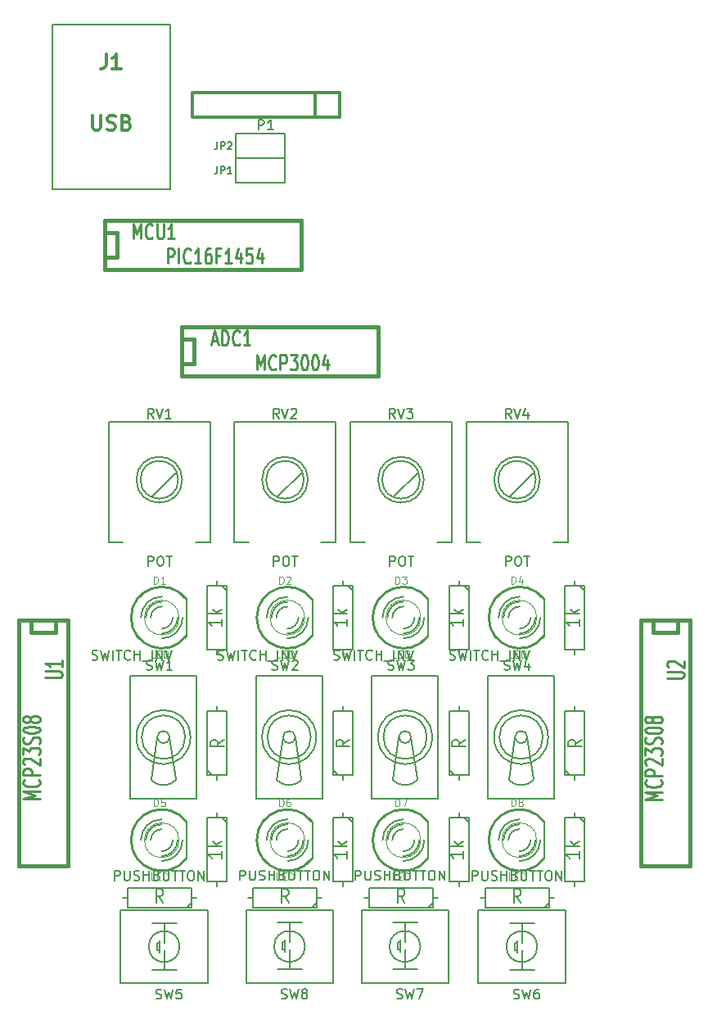
<source format=gto>
G04 (created by PCBNEW (2013-07-07 BZR 4022)-stable) date 05/09/2014 18:07:36*
%MOIN*%
G04 Gerber Fmt 3.4, Leading zero omitted, Abs format*
%FSLAX34Y34*%
G01*
G70*
G90*
G04 APERTURE LIST*
%ADD10C,0.00590551*%
%ADD11C,0.005*%
%ADD12C,0.008*%
%ADD13C,0.00787402*%
%ADD14C,0.015*%
%ADD15C,0.012*%
%ADD16C,0.006*%
%ADD17C,0.003*%
%ADD18C,0.01*%
%ADD19C,0.01125*%
%ADD20C,0.0035*%
G04 APERTURE END LIST*
G54D10*
G54D11*
X44525Y-20753D02*
X39725Y-20753D01*
X39725Y-20753D02*
X39725Y-27453D01*
X39725Y-27453D02*
X44525Y-27453D01*
X44525Y-27453D02*
X44525Y-20753D01*
G54D10*
X49200Y-58100D02*
X49100Y-58100D01*
X49100Y-58100D02*
X49100Y-58400D01*
X49100Y-58400D02*
X49200Y-58400D01*
X49200Y-58000D02*
X49200Y-58500D01*
X48900Y-59200D02*
X49900Y-59200D01*
X49400Y-58400D02*
X49400Y-59200D01*
X49400Y-57300D02*
X49400Y-58100D01*
X48900Y-57300D02*
X49900Y-57300D01*
X50027Y-58262D02*
G75*
G03X50027Y-58262I-630J0D01*
G74*
G01*
X47625Y-56785D02*
X47625Y-59738D01*
X47625Y-59738D02*
X51168Y-59738D01*
X51168Y-59738D02*
X51168Y-56785D01*
X51168Y-56785D02*
X47625Y-56785D01*
X53900Y-58100D02*
X53800Y-58100D01*
X53800Y-58100D02*
X53800Y-58400D01*
X53800Y-58400D02*
X53900Y-58400D01*
X53900Y-58000D02*
X53900Y-58500D01*
X53600Y-59200D02*
X54600Y-59200D01*
X54100Y-58400D02*
X54100Y-59200D01*
X54100Y-57300D02*
X54100Y-58100D01*
X53600Y-57300D02*
X54600Y-57300D01*
X54727Y-58262D02*
G75*
G03X54727Y-58262I-630J0D01*
G74*
G01*
X52325Y-56785D02*
X52325Y-59738D01*
X52325Y-59738D02*
X55868Y-59738D01*
X55868Y-59738D02*
X55868Y-56785D01*
X55868Y-56785D02*
X52325Y-56785D01*
X58661Y-58105D02*
X58561Y-58105D01*
X58561Y-58105D02*
X58561Y-58405D01*
X58561Y-58405D02*
X58661Y-58405D01*
X58661Y-58005D02*
X58661Y-58505D01*
X58361Y-59205D02*
X59361Y-59205D01*
X58861Y-58405D02*
X58861Y-59205D01*
X58861Y-57305D02*
X58861Y-58105D01*
X58361Y-57305D02*
X59361Y-57305D01*
X59488Y-58267D02*
G75*
G03X59488Y-58267I-630J0D01*
G74*
G01*
X57086Y-56791D02*
X57086Y-59744D01*
X57086Y-59744D02*
X60629Y-59744D01*
X60629Y-59744D02*
X60629Y-56791D01*
X60629Y-56791D02*
X57086Y-56791D01*
X44094Y-58105D02*
X43994Y-58105D01*
X43994Y-58105D02*
X43994Y-58405D01*
X43994Y-58405D02*
X44094Y-58405D01*
X44094Y-58005D02*
X44094Y-58505D01*
X43794Y-59205D02*
X44794Y-59205D01*
X44294Y-58405D02*
X44294Y-59205D01*
X44294Y-57305D02*
X44294Y-58105D01*
X43794Y-57305D02*
X44794Y-57305D01*
X44921Y-58267D02*
G75*
G03X44921Y-58267I-630J0D01*
G74*
G01*
X42519Y-56791D02*
X42519Y-59744D01*
X42519Y-59744D02*
X46062Y-59744D01*
X46062Y-59744D02*
X46062Y-56791D01*
X46062Y-56791D02*
X42519Y-56791D01*
X44513Y-49744D02*
X44763Y-51444D01*
X44013Y-49744D02*
X43763Y-51494D01*
X44513Y-49744D02*
G75*
G03X44513Y-49744I-250J0D01*
G74*
G01*
X43763Y-51494D02*
G75*
G03X44763Y-51494I500J500D01*
G74*
G01*
X45147Y-49744D02*
G75*
G03X45147Y-49744I-884J0D01*
G74*
G01*
X45364Y-49744D02*
G75*
G03X45364Y-49744I-1101J0D01*
G74*
G01*
X42913Y-47244D02*
X42913Y-52244D01*
X42913Y-52244D02*
X45613Y-52244D01*
X45613Y-52244D02*
X45613Y-47244D01*
X45613Y-47244D02*
X42913Y-47244D01*
X49631Y-49744D02*
X49881Y-51444D01*
X49131Y-49744D02*
X48881Y-51494D01*
X49631Y-49744D02*
G75*
G03X49631Y-49744I-250J0D01*
G74*
G01*
X48881Y-51494D02*
G75*
G03X49881Y-51494I500J500D01*
G74*
G01*
X50266Y-49744D02*
G75*
G03X50266Y-49744I-884J0D01*
G74*
G01*
X50482Y-49744D02*
G75*
G03X50482Y-49744I-1101J0D01*
G74*
G01*
X48031Y-47244D02*
X48031Y-52244D01*
X48031Y-52244D02*
X50731Y-52244D01*
X50731Y-52244D02*
X50731Y-47244D01*
X50731Y-47244D02*
X48031Y-47244D01*
X54355Y-49744D02*
X54605Y-51444D01*
X53855Y-49744D02*
X53605Y-51494D01*
X54355Y-49744D02*
G75*
G03X54355Y-49744I-250J0D01*
G74*
G01*
X53605Y-51494D02*
G75*
G03X54605Y-51494I500J500D01*
G74*
G01*
X54990Y-49744D02*
G75*
G03X54990Y-49744I-884J0D01*
G74*
G01*
X55207Y-49744D02*
G75*
G03X55207Y-49744I-1101J0D01*
G74*
G01*
X52755Y-47244D02*
X52755Y-52244D01*
X52755Y-52244D02*
X55455Y-52244D01*
X55455Y-52244D02*
X55455Y-47244D01*
X55455Y-47244D02*
X52755Y-47244D01*
X59080Y-49744D02*
X59330Y-51444D01*
X58580Y-49744D02*
X58330Y-51494D01*
X59080Y-49744D02*
G75*
G03X59080Y-49744I-250J0D01*
G74*
G01*
X58330Y-51494D02*
G75*
G03X59330Y-51494I500J500D01*
G74*
G01*
X59714Y-49744D02*
G75*
G03X59714Y-49744I-884J0D01*
G74*
G01*
X59931Y-49744D02*
G75*
G03X59931Y-49744I-1101J0D01*
G74*
G01*
X57480Y-47244D02*
X57480Y-52244D01*
X57480Y-52244D02*
X60180Y-52244D01*
X60180Y-52244D02*
X60180Y-47244D01*
X60180Y-47244D02*
X57480Y-47244D01*
G54D12*
X51574Y-51500D02*
X51574Y-51300D01*
X51574Y-48500D02*
X51574Y-48700D01*
X51574Y-48700D02*
X51174Y-48700D01*
X51174Y-48700D02*
X51174Y-51300D01*
X51174Y-51300D02*
X51974Y-51300D01*
X51974Y-51300D02*
X51974Y-48700D01*
X51974Y-48700D02*
X51574Y-48700D01*
X51374Y-51300D02*
X51174Y-51100D01*
X45594Y-56299D02*
X45394Y-56299D01*
X42594Y-56299D02*
X42794Y-56299D01*
X42794Y-56299D02*
X42794Y-56699D01*
X42794Y-56699D02*
X45394Y-56699D01*
X45394Y-56699D02*
X45394Y-55899D01*
X45394Y-55899D02*
X42794Y-55899D01*
X42794Y-55899D02*
X42794Y-56299D01*
X45394Y-56499D02*
X45194Y-56699D01*
X60161Y-56299D02*
X59961Y-56299D01*
X57161Y-56299D02*
X57361Y-56299D01*
X57361Y-56299D02*
X57361Y-56699D01*
X57361Y-56699D02*
X59961Y-56699D01*
X59961Y-56699D02*
X59961Y-55899D01*
X59961Y-55899D02*
X57361Y-55899D01*
X57361Y-55899D02*
X57361Y-56299D01*
X59961Y-56499D02*
X59761Y-56699D01*
X55437Y-56299D02*
X55237Y-56299D01*
X52437Y-56299D02*
X52637Y-56299D01*
X52637Y-56299D02*
X52637Y-56699D01*
X52637Y-56699D02*
X55237Y-56699D01*
X55237Y-56699D02*
X55237Y-55899D01*
X55237Y-55899D02*
X52637Y-55899D01*
X52637Y-55899D02*
X52637Y-56299D01*
X55237Y-56499D02*
X55037Y-56699D01*
X50712Y-56299D02*
X50512Y-56299D01*
X47712Y-56299D02*
X47912Y-56299D01*
X47912Y-56299D02*
X47912Y-56699D01*
X47912Y-56699D02*
X50512Y-56699D01*
X50512Y-56699D02*
X50512Y-55899D01*
X50512Y-55899D02*
X47912Y-55899D01*
X47912Y-55899D02*
X47912Y-56299D01*
X50512Y-56499D02*
X50312Y-56699D01*
X61023Y-51500D02*
X61023Y-51300D01*
X61023Y-48500D02*
X61023Y-48700D01*
X61023Y-48700D02*
X60623Y-48700D01*
X60623Y-48700D02*
X60623Y-51300D01*
X60623Y-51300D02*
X61423Y-51300D01*
X61423Y-51300D02*
X61423Y-48700D01*
X61423Y-48700D02*
X61023Y-48700D01*
X60823Y-51300D02*
X60623Y-51100D01*
X56299Y-51500D02*
X56299Y-51300D01*
X56299Y-48500D02*
X56299Y-48700D01*
X56299Y-48700D02*
X55899Y-48700D01*
X55899Y-48700D02*
X55899Y-51300D01*
X55899Y-51300D02*
X56699Y-51300D01*
X56699Y-51300D02*
X56699Y-48700D01*
X56699Y-48700D02*
X56299Y-48700D01*
X56099Y-51300D02*
X55899Y-51100D01*
X46456Y-51500D02*
X46456Y-51300D01*
X46456Y-48500D02*
X46456Y-48700D01*
X46456Y-48700D02*
X46056Y-48700D01*
X46056Y-48700D02*
X46056Y-51300D01*
X46056Y-51300D02*
X46856Y-51300D01*
X46856Y-51300D02*
X46856Y-48700D01*
X46856Y-48700D02*
X46456Y-48700D01*
X46256Y-51300D02*
X46056Y-51100D01*
G54D10*
X58366Y-39960D02*
X59350Y-38976D01*
X59430Y-39271D02*
G75*
G03X59430Y-39271I-768J0D01*
G74*
G01*
G54D13*
X59595Y-39271D02*
G75*
G03X59595Y-39271I-933J0D01*
G74*
G01*
G54D10*
X56594Y-41830D02*
X57185Y-41830D01*
X56594Y-41830D02*
X56594Y-36909D01*
X56594Y-36909D02*
X60728Y-36909D01*
X60728Y-36909D02*
X60728Y-41830D01*
X60728Y-41830D02*
X60137Y-41830D01*
X53641Y-39960D02*
X54625Y-38976D01*
X54705Y-39271D02*
G75*
G03X54705Y-39271I-768J0D01*
G74*
G01*
G54D13*
X54870Y-39271D02*
G75*
G03X54870Y-39271I-933J0D01*
G74*
G01*
G54D10*
X51870Y-41830D02*
X52460Y-41830D01*
X51870Y-41830D02*
X51870Y-36909D01*
X51870Y-36909D02*
X56003Y-36909D01*
X56003Y-36909D02*
X56003Y-41830D01*
X56003Y-41830D02*
X55413Y-41830D01*
X48917Y-39960D02*
X49901Y-38976D01*
X49981Y-39271D02*
G75*
G03X49981Y-39271I-768J0D01*
G74*
G01*
G54D13*
X50146Y-39271D02*
G75*
G03X50146Y-39271I-933J0D01*
G74*
G01*
G54D10*
X47145Y-41830D02*
X47736Y-41830D01*
X47145Y-41830D02*
X47145Y-36909D01*
X47145Y-36909D02*
X51279Y-36909D01*
X51279Y-36909D02*
X51279Y-41830D01*
X51279Y-41830D02*
X50688Y-41830D01*
X43799Y-39960D02*
X44783Y-38976D01*
X44863Y-39271D02*
G75*
G03X44863Y-39271I-768J0D01*
G74*
G01*
G54D13*
X45028Y-39271D02*
G75*
G03X45028Y-39271I-933J0D01*
G74*
G01*
G54D10*
X42027Y-41830D02*
X42618Y-41830D01*
X42027Y-41830D02*
X42027Y-36909D01*
X42027Y-36909D02*
X46161Y-36909D01*
X46161Y-36909D02*
X46161Y-41830D01*
X46161Y-41830D02*
X45570Y-41830D01*
G54D14*
X41866Y-28724D02*
X49866Y-28724D01*
X49866Y-30724D02*
X41866Y-30724D01*
X41866Y-30724D02*
X41866Y-28724D01*
X41866Y-29224D02*
X42366Y-29224D01*
X42366Y-29224D02*
X42366Y-30224D01*
X42366Y-30224D02*
X41866Y-30224D01*
X49866Y-28724D02*
X49866Y-30724D01*
G54D15*
X51425Y-23515D02*
X51425Y-24515D01*
X51425Y-24515D02*
X45425Y-24515D01*
X45425Y-24515D02*
X45425Y-23515D01*
X45425Y-23515D02*
X51425Y-23515D01*
X50425Y-23515D02*
X50425Y-24515D01*
G54D16*
X49200Y-26200D02*
X49200Y-27200D01*
X49200Y-27200D02*
X47200Y-27200D01*
X47200Y-27200D02*
X47200Y-26200D01*
X47200Y-26200D02*
X49200Y-26200D01*
X49200Y-25200D02*
X49200Y-26200D01*
X49200Y-26200D02*
X47200Y-26200D01*
X47200Y-26200D02*
X47200Y-25200D01*
X47200Y-25200D02*
X49200Y-25200D01*
G54D14*
X45015Y-33055D02*
X53015Y-33055D01*
X53015Y-35055D02*
X45015Y-35055D01*
X45015Y-35055D02*
X45015Y-33055D01*
X45015Y-33555D02*
X45515Y-33555D01*
X45515Y-33555D02*
X45515Y-34555D01*
X45515Y-34555D02*
X45015Y-34555D01*
X53015Y-33055D02*
X53015Y-35055D01*
X39870Y-44980D02*
X39870Y-45480D01*
X39870Y-45480D02*
X38870Y-45480D01*
X38870Y-45480D02*
X38870Y-44980D01*
X40370Y-44980D02*
X40370Y-54980D01*
X40370Y-54980D02*
X38370Y-54980D01*
X38370Y-54980D02*
X38370Y-44980D01*
X38370Y-44980D02*
X40370Y-44980D01*
G54D12*
X46456Y-43381D02*
X46456Y-43581D01*
X46456Y-46381D02*
X46456Y-46181D01*
X46456Y-46181D02*
X46856Y-46181D01*
X46856Y-46181D02*
X46856Y-43581D01*
X46856Y-43581D02*
X46056Y-43581D01*
X46056Y-43581D02*
X46056Y-46181D01*
X46056Y-46181D02*
X46456Y-46181D01*
X46656Y-43581D02*
X46856Y-43781D01*
X51574Y-43381D02*
X51574Y-43581D01*
X51574Y-46381D02*
X51574Y-46181D01*
X51574Y-46181D02*
X51974Y-46181D01*
X51974Y-46181D02*
X51974Y-43581D01*
X51974Y-43581D02*
X51174Y-43581D01*
X51174Y-43581D02*
X51174Y-46181D01*
X51174Y-46181D02*
X51574Y-46181D01*
X51774Y-43581D02*
X51974Y-43781D01*
X56299Y-43381D02*
X56299Y-43581D01*
X56299Y-46381D02*
X56299Y-46181D01*
X56299Y-46181D02*
X56699Y-46181D01*
X56699Y-46181D02*
X56699Y-43581D01*
X56699Y-43581D02*
X55899Y-43581D01*
X55899Y-43581D02*
X55899Y-46181D01*
X55899Y-46181D02*
X56299Y-46181D01*
X56499Y-43581D02*
X56699Y-43781D01*
X61023Y-43381D02*
X61023Y-43581D01*
X61023Y-46381D02*
X61023Y-46181D01*
X61023Y-46181D02*
X61423Y-46181D01*
X61423Y-46181D02*
X61423Y-43581D01*
X61423Y-43581D02*
X60623Y-43581D01*
X60623Y-43581D02*
X60623Y-46181D01*
X60623Y-46181D02*
X61023Y-46181D01*
X61223Y-43581D02*
X61423Y-43781D01*
X46456Y-52830D02*
X46456Y-53030D01*
X46456Y-55830D02*
X46456Y-55630D01*
X46456Y-55630D02*
X46856Y-55630D01*
X46856Y-55630D02*
X46856Y-53030D01*
X46856Y-53030D02*
X46056Y-53030D01*
X46056Y-53030D02*
X46056Y-55630D01*
X46056Y-55630D02*
X46456Y-55630D01*
X46656Y-53030D02*
X46856Y-53230D01*
X51574Y-52830D02*
X51574Y-53030D01*
X51574Y-55830D02*
X51574Y-55630D01*
X51574Y-55630D02*
X51974Y-55630D01*
X51974Y-55630D02*
X51974Y-53030D01*
X51974Y-53030D02*
X51174Y-53030D01*
X51174Y-53030D02*
X51174Y-55630D01*
X51174Y-55630D02*
X51574Y-55630D01*
X51774Y-53030D02*
X51974Y-53230D01*
X56299Y-52830D02*
X56299Y-53030D01*
X56299Y-55830D02*
X56299Y-55630D01*
X56299Y-55630D02*
X56699Y-55630D01*
X56699Y-55630D02*
X56699Y-53030D01*
X56699Y-53030D02*
X55899Y-53030D01*
X55899Y-53030D02*
X55899Y-55630D01*
X55899Y-55630D02*
X56299Y-55630D01*
X56499Y-53030D02*
X56699Y-53230D01*
X61023Y-52830D02*
X61023Y-53030D01*
X61023Y-55830D02*
X61023Y-55630D01*
X61023Y-55630D02*
X61423Y-55630D01*
X61423Y-55630D02*
X61423Y-53030D01*
X61423Y-53030D02*
X60623Y-53030D01*
X60623Y-53030D02*
X60623Y-55630D01*
X60623Y-55630D02*
X61023Y-55630D01*
X61223Y-53030D02*
X61423Y-53230D01*
X59781Y-54687D02*
X59781Y-53187D01*
G54D17*
X59468Y-53937D02*
G75*
G03X59468Y-53937I-707J0D01*
G74*
G01*
G54D18*
X59761Y-53186D02*
G75*
G03X59761Y-54687I-999J-750D01*
G74*
G01*
G54D16*
X58761Y-53487D02*
G75*
G03X58311Y-53937I0J-450D01*
G74*
G01*
X58761Y-54387D02*
G75*
G03X59211Y-53937I0J450D01*
G74*
G01*
X58761Y-53287D02*
G75*
G03X58111Y-53937I0J-650D01*
G74*
G01*
X58761Y-54587D02*
G75*
G03X59411Y-53937I0J650D01*
G74*
G01*
X58761Y-53087D02*
G75*
G03X57911Y-53937I0J-850D01*
G74*
G01*
X58761Y-54787D02*
G75*
G03X59611Y-53937I0J850D01*
G74*
G01*
G54D12*
X55057Y-54687D02*
X55057Y-53187D01*
G54D17*
X54744Y-53937D02*
G75*
G03X54744Y-53937I-707J0D01*
G74*
G01*
G54D18*
X55036Y-53186D02*
G75*
G03X55036Y-54687I-999J-750D01*
G74*
G01*
G54D16*
X54037Y-53487D02*
G75*
G03X53587Y-53937I0J-450D01*
G74*
G01*
X54037Y-54387D02*
G75*
G03X54487Y-53937I0J450D01*
G74*
G01*
X54037Y-53287D02*
G75*
G03X53387Y-53937I0J-650D01*
G74*
G01*
X54037Y-54587D02*
G75*
G03X54687Y-53937I0J650D01*
G74*
G01*
X54037Y-53087D02*
G75*
G03X53187Y-53937I0J-850D01*
G74*
G01*
X54037Y-54787D02*
G75*
G03X54887Y-53937I0J850D01*
G74*
G01*
G54D12*
X50332Y-54687D02*
X50332Y-53187D01*
G54D17*
X50019Y-53937D02*
G75*
G03X50019Y-53937I-707J0D01*
G74*
G01*
G54D18*
X50312Y-53186D02*
G75*
G03X50312Y-54687I-999J-750D01*
G74*
G01*
G54D16*
X49312Y-53487D02*
G75*
G03X48862Y-53937I0J-450D01*
G74*
G01*
X49312Y-54387D02*
G75*
G03X49762Y-53937I0J450D01*
G74*
G01*
X49312Y-53287D02*
G75*
G03X48662Y-53937I0J-650D01*
G74*
G01*
X49312Y-54587D02*
G75*
G03X49962Y-53937I0J650D01*
G74*
G01*
X49312Y-53087D02*
G75*
G03X48462Y-53937I0J-850D01*
G74*
G01*
X49312Y-54787D02*
G75*
G03X50162Y-53937I0J850D01*
G74*
G01*
G54D12*
X45214Y-54687D02*
X45214Y-53187D01*
G54D17*
X44901Y-53937D02*
G75*
G03X44901Y-53937I-707J0D01*
G74*
G01*
G54D18*
X45194Y-53186D02*
G75*
G03X45194Y-54687I-999J-750D01*
G74*
G01*
G54D16*
X44194Y-53487D02*
G75*
G03X43744Y-53937I0J-450D01*
G74*
G01*
X44194Y-54387D02*
G75*
G03X44644Y-53937I0J450D01*
G74*
G01*
X44194Y-53287D02*
G75*
G03X43544Y-53937I0J-650D01*
G74*
G01*
X44194Y-54587D02*
G75*
G03X44844Y-53937I0J650D01*
G74*
G01*
X44194Y-53087D02*
G75*
G03X43344Y-53937I0J-850D01*
G74*
G01*
X44194Y-54787D02*
G75*
G03X45044Y-53937I0J850D01*
G74*
G01*
G54D12*
X59781Y-45631D02*
X59781Y-44131D01*
G54D17*
X59468Y-44881D02*
G75*
G03X59468Y-44881I-707J0D01*
G74*
G01*
G54D18*
X59761Y-44131D02*
G75*
G03X59761Y-45632I-999J-750D01*
G74*
G01*
G54D16*
X58761Y-44431D02*
G75*
G03X58311Y-44881I0J-450D01*
G74*
G01*
X58761Y-45331D02*
G75*
G03X59211Y-44881I0J450D01*
G74*
G01*
X58761Y-44231D02*
G75*
G03X58111Y-44881I0J-650D01*
G74*
G01*
X58761Y-45531D02*
G75*
G03X59411Y-44881I0J650D01*
G74*
G01*
X58761Y-44031D02*
G75*
G03X57911Y-44881I0J-850D01*
G74*
G01*
X58761Y-45731D02*
G75*
G03X59611Y-44881I0J850D01*
G74*
G01*
G54D12*
X55057Y-45631D02*
X55057Y-44131D01*
G54D17*
X54744Y-44881D02*
G75*
G03X54744Y-44881I-707J0D01*
G74*
G01*
G54D18*
X55036Y-44131D02*
G75*
G03X55036Y-45632I-999J-750D01*
G74*
G01*
G54D16*
X54037Y-44431D02*
G75*
G03X53587Y-44881I0J-450D01*
G74*
G01*
X54037Y-45331D02*
G75*
G03X54487Y-44881I0J450D01*
G74*
G01*
X54037Y-44231D02*
G75*
G03X53387Y-44881I0J-650D01*
G74*
G01*
X54037Y-45531D02*
G75*
G03X54687Y-44881I0J650D01*
G74*
G01*
X54037Y-44031D02*
G75*
G03X53187Y-44881I0J-850D01*
G74*
G01*
X54037Y-45731D02*
G75*
G03X54887Y-44881I0J850D01*
G74*
G01*
G54D12*
X50332Y-45631D02*
X50332Y-44131D01*
G54D17*
X50019Y-44881D02*
G75*
G03X50019Y-44881I-707J0D01*
G74*
G01*
G54D18*
X50312Y-44131D02*
G75*
G03X50312Y-45632I-999J-750D01*
G74*
G01*
G54D16*
X49312Y-44431D02*
G75*
G03X48862Y-44881I0J-450D01*
G74*
G01*
X49312Y-45331D02*
G75*
G03X49762Y-44881I0J450D01*
G74*
G01*
X49312Y-44231D02*
G75*
G03X48662Y-44881I0J-650D01*
G74*
G01*
X49312Y-45531D02*
G75*
G03X49962Y-44881I0J650D01*
G74*
G01*
X49312Y-44031D02*
G75*
G03X48462Y-44881I0J-850D01*
G74*
G01*
X49312Y-45731D02*
G75*
G03X50162Y-44881I0J850D01*
G74*
G01*
G54D12*
X45214Y-45631D02*
X45214Y-44131D01*
G54D17*
X44901Y-44881D02*
G75*
G03X44901Y-44881I-707J0D01*
G74*
G01*
G54D18*
X45194Y-44131D02*
G75*
G03X45194Y-45632I-999J-750D01*
G74*
G01*
G54D16*
X44194Y-44431D02*
G75*
G03X43744Y-44881I0J-450D01*
G74*
G01*
X44194Y-45331D02*
G75*
G03X44644Y-44881I0J450D01*
G74*
G01*
X44194Y-44231D02*
G75*
G03X43544Y-44881I0J-650D01*
G74*
G01*
X44194Y-45531D02*
G75*
G03X44844Y-44881I0J650D01*
G74*
G01*
X44194Y-44031D02*
G75*
G03X43344Y-44881I0J-850D01*
G74*
G01*
X44194Y-45731D02*
G75*
G03X45044Y-44881I0J850D01*
G74*
G01*
G54D14*
X65200Y-45000D02*
X65200Y-45500D01*
X65200Y-45500D02*
X64200Y-45500D01*
X64200Y-45500D02*
X64200Y-45000D01*
X65700Y-45000D02*
X65700Y-55000D01*
X65700Y-55000D02*
X63700Y-55000D01*
X63700Y-55000D02*
X63700Y-45000D01*
X63700Y-45000D02*
X65700Y-45000D01*
G54D15*
X41925Y-21946D02*
X41925Y-22374D01*
X41897Y-22460D01*
X41840Y-22517D01*
X41754Y-22546D01*
X41697Y-22546D01*
X42525Y-22546D02*
X42183Y-22546D01*
X42354Y-22546D02*
X42354Y-21946D01*
X42297Y-22031D01*
X42240Y-22088D01*
X42183Y-22117D01*
X41368Y-24446D02*
X41368Y-24931D01*
X41397Y-24988D01*
X41425Y-25017D01*
X41483Y-25046D01*
X41597Y-25046D01*
X41654Y-25017D01*
X41683Y-24988D01*
X41711Y-24931D01*
X41711Y-24446D01*
X41968Y-25017D02*
X42054Y-25046D01*
X42197Y-25046D01*
X42254Y-25017D01*
X42283Y-24988D01*
X42311Y-24931D01*
X42311Y-24874D01*
X42283Y-24817D01*
X42254Y-24788D01*
X42197Y-24760D01*
X42083Y-24731D01*
X42025Y-24703D01*
X41997Y-24674D01*
X41968Y-24617D01*
X41968Y-24560D01*
X41997Y-24503D01*
X42025Y-24474D01*
X42083Y-24446D01*
X42225Y-24446D01*
X42311Y-24474D01*
X42768Y-24731D02*
X42854Y-24760D01*
X42883Y-24788D01*
X42911Y-24846D01*
X42911Y-24931D01*
X42883Y-24988D01*
X42854Y-25017D01*
X42797Y-25046D01*
X42568Y-25046D01*
X42568Y-24446D01*
X42768Y-24446D01*
X42825Y-24474D01*
X42854Y-24503D01*
X42883Y-24560D01*
X42883Y-24617D01*
X42854Y-24674D01*
X42825Y-24703D01*
X42768Y-24731D01*
X42568Y-24731D01*
G54D10*
X49068Y-60371D02*
X49125Y-60390D01*
X49218Y-60390D01*
X49256Y-60371D01*
X49274Y-60352D01*
X49293Y-60315D01*
X49293Y-60277D01*
X49274Y-60240D01*
X49256Y-60221D01*
X49218Y-60202D01*
X49143Y-60183D01*
X49106Y-60165D01*
X49087Y-60146D01*
X49068Y-60108D01*
X49068Y-60071D01*
X49087Y-60033D01*
X49106Y-60015D01*
X49143Y-59996D01*
X49237Y-59996D01*
X49293Y-60015D01*
X49424Y-59996D02*
X49518Y-60390D01*
X49593Y-60108D01*
X49668Y-60390D01*
X49762Y-59996D01*
X49968Y-60165D02*
X49931Y-60146D01*
X49912Y-60127D01*
X49893Y-60090D01*
X49893Y-60071D01*
X49912Y-60033D01*
X49931Y-60015D01*
X49968Y-59996D01*
X50043Y-59996D01*
X50081Y-60015D01*
X50099Y-60033D01*
X50118Y-60071D01*
X50118Y-60090D01*
X50099Y-60127D01*
X50081Y-60146D01*
X50043Y-60165D01*
X49968Y-60165D01*
X49931Y-60183D01*
X49912Y-60202D01*
X49893Y-60240D01*
X49893Y-60315D01*
X49912Y-60352D01*
X49931Y-60371D01*
X49968Y-60390D01*
X50043Y-60390D01*
X50081Y-60371D01*
X50099Y-60352D01*
X50118Y-60315D01*
X50118Y-60240D01*
X50099Y-60202D01*
X50081Y-60183D01*
X50043Y-60165D01*
X47381Y-55567D02*
X47381Y-55173D01*
X47531Y-55173D01*
X47568Y-55192D01*
X47587Y-55211D01*
X47606Y-55248D01*
X47606Y-55304D01*
X47587Y-55342D01*
X47568Y-55361D01*
X47531Y-55379D01*
X47381Y-55379D01*
X47775Y-55173D02*
X47775Y-55492D01*
X47793Y-55529D01*
X47812Y-55548D01*
X47850Y-55567D01*
X47925Y-55567D01*
X47962Y-55548D01*
X47981Y-55529D01*
X48000Y-55492D01*
X48000Y-55173D01*
X48168Y-55548D02*
X48225Y-55567D01*
X48318Y-55567D01*
X48356Y-55548D01*
X48375Y-55529D01*
X48393Y-55492D01*
X48393Y-55454D01*
X48375Y-55417D01*
X48356Y-55398D01*
X48318Y-55379D01*
X48243Y-55361D01*
X48206Y-55342D01*
X48187Y-55323D01*
X48168Y-55286D01*
X48168Y-55248D01*
X48187Y-55211D01*
X48206Y-55192D01*
X48243Y-55173D01*
X48337Y-55173D01*
X48393Y-55192D01*
X48562Y-55567D02*
X48562Y-55173D01*
X48562Y-55361D02*
X48787Y-55361D01*
X48787Y-55567D02*
X48787Y-55173D01*
X49106Y-55361D02*
X49162Y-55379D01*
X49181Y-55398D01*
X49200Y-55435D01*
X49200Y-55492D01*
X49181Y-55529D01*
X49162Y-55548D01*
X49125Y-55567D01*
X48975Y-55567D01*
X48975Y-55173D01*
X49106Y-55173D01*
X49143Y-55192D01*
X49162Y-55211D01*
X49181Y-55248D01*
X49181Y-55286D01*
X49162Y-55323D01*
X49143Y-55342D01*
X49106Y-55361D01*
X48975Y-55361D01*
X49368Y-55173D02*
X49368Y-55492D01*
X49387Y-55529D01*
X49406Y-55548D01*
X49443Y-55567D01*
X49518Y-55567D01*
X49556Y-55548D01*
X49574Y-55529D01*
X49593Y-55492D01*
X49593Y-55173D01*
X49724Y-55173D02*
X49949Y-55173D01*
X49837Y-55567D02*
X49837Y-55173D01*
X50024Y-55173D02*
X50249Y-55173D01*
X50137Y-55567D02*
X50137Y-55173D01*
X50456Y-55173D02*
X50531Y-55173D01*
X50568Y-55192D01*
X50606Y-55229D01*
X50624Y-55304D01*
X50624Y-55435D01*
X50606Y-55510D01*
X50568Y-55548D01*
X50531Y-55567D01*
X50456Y-55567D01*
X50418Y-55548D01*
X50381Y-55510D01*
X50362Y-55435D01*
X50362Y-55304D01*
X50381Y-55229D01*
X50418Y-55192D01*
X50456Y-55173D01*
X50793Y-55567D02*
X50793Y-55173D01*
X51018Y-55567D01*
X51018Y-55173D01*
X53768Y-60371D02*
X53825Y-60390D01*
X53918Y-60390D01*
X53956Y-60371D01*
X53974Y-60352D01*
X53993Y-60315D01*
X53993Y-60277D01*
X53974Y-60240D01*
X53956Y-60221D01*
X53918Y-60202D01*
X53843Y-60183D01*
X53806Y-60165D01*
X53787Y-60146D01*
X53768Y-60108D01*
X53768Y-60071D01*
X53787Y-60033D01*
X53806Y-60015D01*
X53843Y-59996D01*
X53937Y-59996D01*
X53993Y-60015D01*
X54124Y-59996D02*
X54218Y-60390D01*
X54293Y-60108D01*
X54368Y-60390D01*
X54462Y-59996D01*
X54574Y-59996D02*
X54837Y-59996D01*
X54668Y-60390D01*
X52081Y-55567D02*
X52081Y-55173D01*
X52231Y-55173D01*
X52268Y-55192D01*
X52287Y-55211D01*
X52306Y-55248D01*
X52306Y-55304D01*
X52287Y-55342D01*
X52268Y-55361D01*
X52231Y-55379D01*
X52081Y-55379D01*
X52475Y-55173D02*
X52475Y-55492D01*
X52493Y-55529D01*
X52512Y-55548D01*
X52550Y-55567D01*
X52625Y-55567D01*
X52662Y-55548D01*
X52681Y-55529D01*
X52700Y-55492D01*
X52700Y-55173D01*
X52868Y-55548D02*
X52925Y-55567D01*
X53018Y-55567D01*
X53056Y-55548D01*
X53075Y-55529D01*
X53093Y-55492D01*
X53093Y-55454D01*
X53075Y-55417D01*
X53056Y-55398D01*
X53018Y-55379D01*
X52943Y-55361D01*
X52906Y-55342D01*
X52887Y-55323D01*
X52868Y-55286D01*
X52868Y-55248D01*
X52887Y-55211D01*
X52906Y-55192D01*
X52943Y-55173D01*
X53037Y-55173D01*
X53093Y-55192D01*
X53262Y-55567D02*
X53262Y-55173D01*
X53262Y-55361D02*
X53487Y-55361D01*
X53487Y-55567D02*
X53487Y-55173D01*
X53806Y-55361D02*
X53862Y-55379D01*
X53881Y-55398D01*
X53900Y-55435D01*
X53900Y-55492D01*
X53881Y-55529D01*
X53862Y-55548D01*
X53825Y-55567D01*
X53675Y-55567D01*
X53675Y-55173D01*
X53806Y-55173D01*
X53843Y-55192D01*
X53862Y-55211D01*
X53881Y-55248D01*
X53881Y-55286D01*
X53862Y-55323D01*
X53843Y-55342D01*
X53806Y-55361D01*
X53675Y-55361D01*
X54068Y-55173D02*
X54068Y-55492D01*
X54087Y-55529D01*
X54106Y-55548D01*
X54143Y-55567D01*
X54218Y-55567D01*
X54256Y-55548D01*
X54274Y-55529D01*
X54293Y-55492D01*
X54293Y-55173D01*
X54424Y-55173D02*
X54649Y-55173D01*
X54537Y-55567D02*
X54537Y-55173D01*
X54724Y-55173D02*
X54949Y-55173D01*
X54837Y-55567D02*
X54837Y-55173D01*
X55156Y-55173D02*
X55231Y-55173D01*
X55268Y-55192D01*
X55306Y-55229D01*
X55324Y-55304D01*
X55324Y-55435D01*
X55306Y-55510D01*
X55268Y-55548D01*
X55231Y-55567D01*
X55156Y-55567D01*
X55118Y-55548D01*
X55081Y-55510D01*
X55062Y-55435D01*
X55062Y-55304D01*
X55081Y-55229D01*
X55118Y-55192D01*
X55156Y-55173D01*
X55493Y-55567D02*
X55493Y-55173D01*
X55718Y-55567D01*
X55718Y-55173D01*
X58530Y-60376D02*
X58586Y-60395D01*
X58680Y-60395D01*
X58717Y-60376D01*
X58736Y-60358D01*
X58755Y-60320D01*
X58755Y-60283D01*
X58736Y-60245D01*
X58717Y-60226D01*
X58680Y-60208D01*
X58605Y-60189D01*
X58567Y-60170D01*
X58548Y-60151D01*
X58530Y-60114D01*
X58530Y-60076D01*
X58548Y-60039D01*
X58567Y-60020D01*
X58605Y-60001D01*
X58698Y-60001D01*
X58755Y-60020D01*
X58886Y-60001D02*
X58980Y-60395D01*
X59055Y-60114D01*
X59130Y-60395D01*
X59223Y-60001D01*
X59542Y-60001D02*
X59467Y-60001D01*
X59430Y-60020D01*
X59411Y-60039D01*
X59373Y-60095D01*
X59355Y-60170D01*
X59355Y-60320D01*
X59373Y-60358D01*
X59392Y-60376D01*
X59430Y-60395D01*
X59505Y-60395D01*
X59542Y-60376D01*
X59561Y-60358D01*
X59580Y-60320D01*
X59580Y-60226D01*
X59561Y-60189D01*
X59542Y-60170D01*
X59505Y-60151D01*
X59430Y-60151D01*
X59392Y-60170D01*
X59373Y-60189D01*
X59355Y-60226D01*
X56842Y-55572D02*
X56842Y-55179D01*
X56992Y-55179D01*
X57030Y-55197D01*
X57049Y-55216D01*
X57067Y-55254D01*
X57067Y-55310D01*
X57049Y-55347D01*
X57030Y-55366D01*
X56992Y-55385D01*
X56842Y-55385D01*
X57236Y-55179D02*
X57236Y-55497D01*
X57255Y-55535D01*
X57274Y-55553D01*
X57311Y-55572D01*
X57386Y-55572D01*
X57424Y-55553D01*
X57442Y-55535D01*
X57461Y-55497D01*
X57461Y-55179D01*
X57630Y-55553D02*
X57686Y-55572D01*
X57780Y-55572D01*
X57817Y-55553D01*
X57836Y-55535D01*
X57855Y-55497D01*
X57855Y-55460D01*
X57836Y-55422D01*
X57817Y-55404D01*
X57780Y-55385D01*
X57705Y-55366D01*
X57667Y-55347D01*
X57649Y-55329D01*
X57630Y-55291D01*
X57630Y-55254D01*
X57649Y-55216D01*
X57667Y-55197D01*
X57705Y-55179D01*
X57799Y-55179D01*
X57855Y-55197D01*
X58023Y-55572D02*
X58023Y-55179D01*
X58023Y-55366D02*
X58248Y-55366D01*
X58248Y-55572D02*
X58248Y-55179D01*
X58567Y-55366D02*
X58623Y-55385D01*
X58642Y-55404D01*
X58661Y-55441D01*
X58661Y-55497D01*
X58642Y-55535D01*
X58623Y-55553D01*
X58586Y-55572D01*
X58436Y-55572D01*
X58436Y-55179D01*
X58567Y-55179D01*
X58605Y-55197D01*
X58623Y-55216D01*
X58642Y-55254D01*
X58642Y-55291D01*
X58623Y-55329D01*
X58605Y-55347D01*
X58567Y-55366D01*
X58436Y-55366D01*
X58830Y-55179D02*
X58830Y-55497D01*
X58848Y-55535D01*
X58867Y-55553D01*
X58905Y-55572D01*
X58980Y-55572D01*
X59017Y-55553D01*
X59036Y-55535D01*
X59055Y-55497D01*
X59055Y-55179D01*
X59186Y-55179D02*
X59411Y-55179D01*
X59298Y-55572D02*
X59298Y-55179D01*
X59486Y-55179D02*
X59711Y-55179D01*
X59598Y-55572D02*
X59598Y-55179D01*
X59917Y-55179D02*
X59992Y-55179D01*
X60029Y-55197D01*
X60067Y-55235D01*
X60086Y-55310D01*
X60086Y-55441D01*
X60067Y-55516D01*
X60029Y-55553D01*
X59992Y-55572D01*
X59917Y-55572D01*
X59880Y-55553D01*
X59842Y-55516D01*
X59823Y-55441D01*
X59823Y-55310D01*
X59842Y-55235D01*
X59880Y-55197D01*
X59917Y-55179D01*
X60254Y-55572D02*
X60254Y-55179D01*
X60479Y-55572D01*
X60479Y-55179D01*
X43963Y-60376D02*
X44019Y-60395D01*
X44113Y-60395D01*
X44150Y-60376D01*
X44169Y-60358D01*
X44188Y-60320D01*
X44188Y-60283D01*
X44169Y-60245D01*
X44150Y-60226D01*
X44113Y-60208D01*
X44038Y-60189D01*
X44000Y-60170D01*
X43982Y-60151D01*
X43963Y-60114D01*
X43963Y-60076D01*
X43982Y-60039D01*
X44000Y-60020D01*
X44038Y-60001D01*
X44131Y-60001D01*
X44188Y-60020D01*
X44319Y-60001D02*
X44413Y-60395D01*
X44488Y-60114D01*
X44563Y-60395D01*
X44656Y-60001D01*
X44994Y-60001D02*
X44806Y-60001D01*
X44788Y-60189D01*
X44806Y-60170D01*
X44844Y-60151D01*
X44938Y-60151D01*
X44975Y-60170D01*
X44994Y-60189D01*
X45013Y-60226D01*
X45013Y-60320D01*
X44994Y-60358D01*
X44975Y-60376D01*
X44938Y-60395D01*
X44844Y-60395D01*
X44806Y-60376D01*
X44788Y-60358D01*
X42275Y-55572D02*
X42275Y-55179D01*
X42425Y-55179D01*
X42463Y-55197D01*
X42482Y-55216D01*
X42500Y-55254D01*
X42500Y-55310D01*
X42482Y-55347D01*
X42463Y-55366D01*
X42425Y-55385D01*
X42275Y-55385D01*
X42669Y-55179D02*
X42669Y-55497D01*
X42688Y-55535D01*
X42707Y-55553D01*
X42744Y-55572D01*
X42819Y-55572D01*
X42857Y-55553D01*
X42875Y-55535D01*
X42894Y-55497D01*
X42894Y-55179D01*
X43063Y-55553D02*
X43119Y-55572D01*
X43213Y-55572D01*
X43250Y-55553D01*
X43269Y-55535D01*
X43288Y-55497D01*
X43288Y-55460D01*
X43269Y-55422D01*
X43250Y-55404D01*
X43213Y-55385D01*
X43138Y-55366D01*
X43100Y-55347D01*
X43082Y-55329D01*
X43063Y-55291D01*
X43063Y-55254D01*
X43082Y-55216D01*
X43100Y-55197D01*
X43138Y-55179D01*
X43232Y-55179D01*
X43288Y-55197D01*
X43457Y-55572D02*
X43457Y-55179D01*
X43457Y-55366D02*
X43682Y-55366D01*
X43682Y-55572D02*
X43682Y-55179D01*
X44000Y-55366D02*
X44056Y-55385D01*
X44075Y-55404D01*
X44094Y-55441D01*
X44094Y-55497D01*
X44075Y-55535D01*
X44056Y-55553D01*
X44019Y-55572D01*
X43869Y-55572D01*
X43869Y-55179D01*
X44000Y-55179D01*
X44038Y-55197D01*
X44056Y-55216D01*
X44075Y-55254D01*
X44075Y-55291D01*
X44056Y-55329D01*
X44038Y-55347D01*
X44000Y-55366D01*
X43869Y-55366D01*
X44263Y-55179D02*
X44263Y-55497D01*
X44281Y-55535D01*
X44300Y-55553D01*
X44338Y-55572D01*
X44413Y-55572D01*
X44450Y-55553D01*
X44469Y-55535D01*
X44488Y-55497D01*
X44488Y-55179D01*
X44619Y-55179D02*
X44844Y-55179D01*
X44731Y-55572D02*
X44731Y-55179D01*
X44919Y-55179D02*
X45144Y-55179D01*
X45031Y-55572D02*
X45031Y-55179D01*
X45350Y-55179D02*
X45425Y-55179D01*
X45463Y-55197D01*
X45500Y-55235D01*
X45519Y-55310D01*
X45519Y-55441D01*
X45500Y-55516D01*
X45463Y-55553D01*
X45425Y-55572D01*
X45350Y-55572D01*
X45313Y-55553D01*
X45275Y-55516D01*
X45256Y-55441D01*
X45256Y-55310D01*
X45275Y-55235D01*
X45313Y-55197D01*
X45350Y-55179D01*
X45688Y-55572D02*
X45688Y-55179D01*
X45913Y-55572D01*
X45913Y-55179D01*
X43569Y-46991D02*
X43625Y-47009D01*
X43719Y-47009D01*
X43757Y-46991D01*
X43775Y-46972D01*
X43794Y-46934D01*
X43794Y-46897D01*
X43775Y-46859D01*
X43757Y-46841D01*
X43719Y-46822D01*
X43644Y-46803D01*
X43607Y-46784D01*
X43588Y-46766D01*
X43569Y-46728D01*
X43569Y-46691D01*
X43588Y-46653D01*
X43607Y-46634D01*
X43644Y-46616D01*
X43738Y-46616D01*
X43794Y-46634D01*
X43925Y-46616D02*
X44019Y-47009D01*
X44094Y-46728D01*
X44169Y-47009D01*
X44263Y-46616D01*
X44619Y-47009D02*
X44394Y-47009D01*
X44506Y-47009D02*
X44506Y-46616D01*
X44469Y-46672D01*
X44431Y-46709D01*
X44394Y-46728D01*
X41360Y-46584D02*
X41416Y-46603D01*
X41510Y-46603D01*
X41547Y-46584D01*
X41566Y-46565D01*
X41585Y-46528D01*
X41585Y-46490D01*
X41566Y-46453D01*
X41547Y-46434D01*
X41510Y-46415D01*
X41435Y-46397D01*
X41397Y-46378D01*
X41379Y-46359D01*
X41360Y-46322D01*
X41360Y-46284D01*
X41379Y-46247D01*
X41397Y-46228D01*
X41435Y-46209D01*
X41529Y-46209D01*
X41585Y-46228D01*
X41716Y-46209D02*
X41810Y-46603D01*
X41885Y-46322D01*
X41960Y-46603D01*
X42054Y-46209D01*
X42204Y-46603D02*
X42204Y-46209D01*
X42335Y-46209D02*
X42560Y-46209D01*
X42447Y-46603D02*
X42447Y-46209D01*
X42916Y-46565D02*
X42897Y-46584D01*
X42841Y-46603D01*
X42804Y-46603D01*
X42747Y-46584D01*
X42710Y-46547D01*
X42691Y-46509D01*
X42672Y-46434D01*
X42672Y-46378D01*
X42691Y-46303D01*
X42710Y-46265D01*
X42747Y-46228D01*
X42804Y-46209D01*
X42841Y-46209D01*
X42897Y-46228D01*
X42916Y-46247D01*
X43085Y-46603D02*
X43085Y-46209D01*
X43085Y-46397D02*
X43310Y-46397D01*
X43310Y-46603D02*
X43310Y-46209D01*
X43403Y-46640D02*
X43703Y-46640D01*
X43797Y-46603D02*
X43797Y-46209D01*
X43985Y-46603D02*
X43985Y-46209D01*
X44210Y-46603D01*
X44210Y-46209D01*
X44341Y-46209D02*
X44472Y-46603D01*
X44603Y-46209D01*
X48687Y-46991D02*
X48743Y-47009D01*
X48837Y-47009D01*
X48875Y-46991D01*
X48893Y-46972D01*
X48912Y-46934D01*
X48912Y-46897D01*
X48893Y-46859D01*
X48875Y-46841D01*
X48837Y-46822D01*
X48762Y-46803D01*
X48725Y-46784D01*
X48706Y-46766D01*
X48687Y-46728D01*
X48687Y-46691D01*
X48706Y-46653D01*
X48725Y-46634D01*
X48762Y-46616D01*
X48856Y-46616D01*
X48912Y-46634D01*
X49043Y-46616D02*
X49137Y-47009D01*
X49212Y-46728D01*
X49287Y-47009D01*
X49381Y-46616D01*
X49512Y-46653D02*
X49531Y-46634D01*
X49568Y-46616D01*
X49662Y-46616D01*
X49700Y-46634D01*
X49718Y-46653D01*
X49737Y-46691D01*
X49737Y-46728D01*
X49718Y-46784D01*
X49493Y-47009D01*
X49737Y-47009D01*
X46478Y-46584D02*
X46534Y-46603D01*
X46628Y-46603D01*
X46666Y-46584D01*
X46684Y-46565D01*
X46703Y-46528D01*
X46703Y-46490D01*
X46684Y-46453D01*
X46666Y-46434D01*
X46628Y-46415D01*
X46553Y-46397D01*
X46516Y-46378D01*
X46497Y-46359D01*
X46478Y-46322D01*
X46478Y-46284D01*
X46497Y-46247D01*
X46516Y-46228D01*
X46553Y-46209D01*
X46647Y-46209D01*
X46703Y-46228D01*
X46834Y-46209D02*
X46928Y-46603D01*
X47003Y-46322D01*
X47078Y-46603D01*
X47172Y-46209D01*
X47322Y-46603D02*
X47322Y-46209D01*
X47453Y-46209D02*
X47678Y-46209D01*
X47565Y-46603D02*
X47565Y-46209D01*
X48034Y-46565D02*
X48015Y-46584D01*
X47959Y-46603D01*
X47922Y-46603D01*
X47865Y-46584D01*
X47828Y-46547D01*
X47809Y-46509D01*
X47790Y-46434D01*
X47790Y-46378D01*
X47809Y-46303D01*
X47828Y-46265D01*
X47865Y-46228D01*
X47922Y-46209D01*
X47959Y-46209D01*
X48015Y-46228D01*
X48034Y-46247D01*
X48203Y-46603D02*
X48203Y-46209D01*
X48203Y-46397D02*
X48428Y-46397D01*
X48428Y-46603D02*
X48428Y-46209D01*
X48522Y-46640D02*
X48822Y-46640D01*
X48915Y-46603D02*
X48915Y-46209D01*
X49103Y-46603D02*
X49103Y-46209D01*
X49328Y-46603D01*
X49328Y-46209D01*
X49459Y-46209D02*
X49590Y-46603D01*
X49721Y-46209D01*
X53412Y-46991D02*
X53468Y-47009D01*
X53562Y-47009D01*
X53599Y-46991D01*
X53618Y-46972D01*
X53637Y-46934D01*
X53637Y-46897D01*
X53618Y-46859D01*
X53599Y-46841D01*
X53562Y-46822D01*
X53487Y-46803D01*
X53449Y-46784D01*
X53430Y-46766D01*
X53412Y-46728D01*
X53412Y-46691D01*
X53430Y-46653D01*
X53449Y-46634D01*
X53487Y-46616D01*
X53580Y-46616D01*
X53637Y-46634D01*
X53768Y-46616D02*
X53862Y-47009D01*
X53937Y-46728D01*
X54011Y-47009D01*
X54105Y-46616D01*
X54218Y-46616D02*
X54461Y-46616D01*
X54330Y-46766D01*
X54386Y-46766D01*
X54424Y-46784D01*
X54443Y-46803D01*
X54461Y-46841D01*
X54461Y-46934D01*
X54443Y-46972D01*
X54424Y-46991D01*
X54386Y-47009D01*
X54274Y-47009D01*
X54236Y-46991D01*
X54218Y-46972D01*
X51202Y-46584D02*
X51259Y-46603D01*
X51352Y-46603D01*
X51390Y-46584D01*
X51409Y-46565D01*
X51427Y-46528D01*
X51427Y-46490D01*
X51409Y-46453D01*
X51390Y-46434D01*
X51352Y-46415D01*
X51277Y-46397D01*
X51240Y-46378D01*
X51221Y-46359D01*
X51202Y-46322D01*
X51202Y-46284D01*
X51221Y-46247D01*
X51240Y-46228D01*
X51277Y-46209D01*
X51371Y-46209D01*
X51427Y-46228D01*
X51559Y-46209D02*
X51652Y-46603D01*
X51727Y-46322D01*
X51802Y-46603D01*
X51896Y-46209D01*
X52046Y-46603D02*
X52046Y-46209D01*
X52177Y-46209D02*
X52402Y-46209D01*
X52290Y-46603D02*
X52290Y-46209D01*
X52759Y-46565D02*
X52740Y-46584D01*
X52684Y-46603D01*
X52646Y-46603D01*
X52590Y-46584D01*
X52552Y-46547D01*
X52534Y-46509D01*
X52515Y-46434D01*
X52515Y-46378D01*
X52534Y-46303D01*
X52552Y-46265D01*
X52590Y-46228D01*
X52646Y-46209D01*
X52684Y-46209D01*
X52740Y-46228D01*
X52759Y-46247D01*
X52927Y-46603D02*
X52927Y-46209D01*
X52927Y-46397D02*
X53152Y-46397D01*
X53152Y-46603D02*
X53152Y-46209D01*
X53246Y-46640D02*
X53546Y-46640D01*
X53640Y-46603D02*
X53640Y-46209D01*
X53827Y-46603D02*
X53827Y-46209D01*
X54052Y-46603D01*
X54052Y-46209D01*
X54183Y-46209D02*
X54315Y-46603D01*
X54446Y-46209D01*
X58136Y-46991D02*
X58192Y-47009D01*
X58286Y-47009D01*
X58323Y-46991D01*
X58342Y-46972D01*
X58361Y-46934D01*
X58361Y-46897D01*
X58342Y-46859D01*
X58323Y-46841D01*
X58286Y-46822D01*
X58211Y-46803D01*
X58173Y-46784D01*
X58155Y-46766D01*
X58136Y-46728D01*
X58136Y-46691D01*
X58155Y-46653D01*
X58173Y-46634D01*
X58211Y-46616D01*
X58305Y-46616D01*
X58361Y-46634D01*
X58492Y-46616D02*
X58586Y-47009D01*
X58661Y-46728D01*
X58736Y-47009D01*
X58830Y-46616D01*
X59148Y-46747D02*
X59148Y-47009D01*
X59055Y-46597D02*
X58961Y-46878D01*
X59205Y-46878D01*
X55927Y-46584D02*
X55983Y-46603D01*
X56077Y-46603D01*
X56114Y-46584D01*
X56133Y-46565D01*
X56152Y-46528D01*
X56152Y-46490D01*
X56133Y-46453D01*
X56114Y-46434D01*
X56077Y-46415D01*
X56002Y-46397D01*
X55964Y-46378D01*
X55946Y-46359D01*
X55927Y-46322D01*
X55927Y-46284D01*
X55946Y-46247D01*
X55964Y-46228D01*
X56002Y-46209D01*
X56096Y-46209D01*
X56152Y-46228D01*
X56283Y-46209D02*
X56377Y-46603D01*
X56452Y-46322D01*
X56527Y-46603D01*
X56621Y-46209D01*
X56771Y-46603D02*
X56771Y-46209D01*
X56902Y-46209D02*
X57127Y-46209D01*
X57014Y-46603D02*
X57014Y-46209D01*
X57483Y-46565D02*
X57464Y-46584D01*
X57408Y-46603D01*
X57370Y-46603D01*
X57314Y-46584D01*
X57277Y-46547D01*
X57258Y-46509D01*
X57239Y-46434D01*
X57239Y-46378D01*
X57258Y-46303D01*
X57277Y-46265D01*
X57314Y-46228D01*
X57370Y-46209D01*
X57408Y-46209D01*
X57464Y-46228D01*
X57483Y-46247D01*
X57652Y-46603D02*
X57652Y-46209D01*
X57652Y-46397D02*
X57877Y-46397D01*
X57877Y-46603D02*
X57877Y-46209D01*
X57970Y-46640D02*
X58270Y-46640D01*
X58364Y-46603D02*
X58364Y-46209D01*
X58552Y-46603D02*
X58552Y-46209D01*
X58777Y-46603D01*
X58777Y-46209D01*
X58908Y-46209D02*
X59039Y-46603D01*
X59170Y-46209D01*
G54D12*
X51847Y-49845D02*
X51585Y-50011D01*
X51847Y-50130D02*
X51297Y-50130D01*
X51297Y-49940D01*
X51323Y-49892D01*
X51349Y-49869D01*
X51402Y-49845D01*
X51480Y-49845D01*
X51533Y-49869D01*
X51559Y-49892D01*
X51585Y-49940D01*
X51585Y-50130D01*
X44249Y-56471D02*
X44082Y-56209D01*
X43963Y-56471D02*
X43963Y-55921D01*
X44154Y-55921D01*
X44201Y-55948D01*
X44225Y-55974D01*
X44249Y-56026D01*
X44249Y-56105D01*
X44225Y-56157D01*
X44201Y-56183D01*
X44154Y-56209D01*
X43963Y-56209D01*
X58816Y-56471D02*
X58649Y-56209D01*
X58530Y-56471D02*
X58530Y-55921D01*
X58720Y-55921D01*
X58768Y-55948D01*
X58792Y-55974D01*
X58816Y-56026D01*
X58816Y-56105D01*
X58792Y-56157D01*
X58768Y-56183D01*
X58720Y-56209D01*
X58530Y-56209D01*
X54091Y-56471D02*
X53925Y-56209D01*
X53806Y-56471D02*
X53806Y-55921D01*
X53996Y-55921D01*
X54044Y-55948D01*
X54067Y-55974D01*
X54091Y-56026D01*
X54091Y-56105D01*
X54067Y-56157D01*
X54044Y-56183D01*
X53996Y-56209D01*
X53806Y-56209D01*
X49367Y-56471D02*
X49200Y-56209D01*
X49081Y-56471D02*
X49081Y-55921D01*
X49272Y-55921D01*
X49319Y-55948D01*
X49343Y-55974D01*
X49367Y-56026D01*
X49367Y-56105D01*
X49343Y-56157D01*
X49319Y-56183D01*
X49272Y-56209D01*
X49081Y-56209D01*
X61296Y-49845D02*
X61034Y-50011D01*
X61296Y-50130D02*
X60746Y-50130D01*
X60746Y-49940D01*
X60772Y-49892D01*
X60798Y-49869D01*
X60851Y-49845D01*
X60929Y-49845D01*
X60981Y-49869D01*
X61008Y-49892D01*
X61034Y-49940D01*
X61034Y-50130D01*
X56571Y-49845D02*
X56309Y-50011D01*
X56571Y-50130D02*
X56021Y-50130D01*
X56021Y-49940D01*
X56048Y-49892D01*
X56074Y-49869D01*
X56126Y-49845D01*
X56205Y-49845D01*
X56257Y-49869D01*
X56283Y-49892D01*
X56309Y-49940D01*
X56309Y-50130D01*
X46729Y-49845D02*
X46467Y-50011D01*
X46729Y-50130D02*
X46179Y-50130D01*
X46179Y-49940D01*
X46205Y-49892D01*
X46231Y-49869D01*
X46284Y-49845D01*
X46362Y-49845D01*
X46415Y-49869D01*
X46441Y-49892D01*
X46467Y-49940D01*
X46467Y-50130D01*
G54D10*
X58427Y-36773D02*
X58295Y-36586D01*
X58202Y-36773D02*
X58202Y-36379D01*
X58352Y-36379D01*
X58389Y-36398D01*
X58408Y-36417D01*
X58427Y-36454D01*
X58427Y-36511D01*
X58408Y-36548D01*
X58389Y-36567D01*
X58352Y-36586D01*
X58202Y-36586D01*
X58539Y-36379D02*
X58670Y-36773D01*
X58802Y-36379D01*
X59101Y-36511D02*
X59101Y-36773D01*
X59008Y-36361D02*
X58914Y-36642D01*
X59158Y-36642D01*
X58202Y-42777D02*
X58202Y-42383D01*
X58352Y-42383D01*
X58389Y-42402D01*
X58408Y-42421D01*
X58427Y-42458D01*
X58427Y-42514D01*
X58408Y-42552D01*
X58389Y-42571D01*
X58352Y-42589D01*
X58202Y-42589D01*
X58670Y-42383D02*
X58745Y-42383D01*
X58783Y-42402D01*
X58820Y-42440D01*
X58839Y-42514D01*
X58839Y-42646D01*
X58820Y-42721D01*
X58783Y-42758D01*
X58745Y-42777D01*
X58670Y-42777D01*
X58633Y-42758D01*
X58595Y-42721D01*
X58577Y-42646D01*
X58577Y-42514D01*
X58595Y-42440D01*
X58633Y-42402D01*
X58670Y-42383D01*
X58952Y-42383D02*
X59176Y-42383D01*
X59064Y-42777D02*
X59064Y-42383D01*
X53702Y-36773D02*
X53571Y-36586D01*
X53477Y-36773D02*
X53477Y-36379D01*
X53627Y-36379D01*
X53665Y-36398D01*
X53683Y-36417D01*
X53702Y-36454D01*
X53702Y-36511D01*
X53683Y-36548D01*
X53665Y-36567D01*
X53627Y-36586D01*
X53477Y-36586D01*
X53815Y-36379D02*
X53946Y-36773D01*
X54077Y-36379D01*
X54171Y-36379D02*
X54415Y-36379D01*
X54283Y-36529D01*
X54340Y-36529D01*
X54377Y-36548D01*
X54396Y-36567D01*
X54415Y-36604D01*
X54415Y-36698D01*
X54396Y-36736D01*
X54377Y-36754D01*
X54340Y-36773D01*
X54227Y-36773D01*
X54190Y-36754D01*
X54171Y-36736D01*
X53477Y-42777D02*
X53477Y-42383D01*
X53627Y-42383D01*
X53665Y-42402D01*
X53683Y-42421D01*
X53702Y-42458D01*
X53702Y-42514D01*
X53683Y-42552D01*
X53665Y-42571D01*
X53627Y-42589D01*
X53477Y-42589D01*
X53946Y-42383D02*
X54021Y-42383D01*
X54058Y-42402D01*
X54096Y-42440D01*
X54115Y-42514D01*
X54115Y-42646D01*
X54096Y-42721D01*
X54058Y-42758D01*
X54021Y-42777D01*
X53946Y-42777D01*
X53908Y-42758D01*
X53871Y-42721D01*
X53852Y-42646D01*
X53852Y-42514D01*
X53871Y-42440D01*
X53908Y-42402D01*
X53946Y-42383D01*
X54227Y-42383D02*
X54452Y-42383D01*
X54340Y-42777D02*
X54340Y-42383D01*
X48978Y-36773D02*
X48847Y-36586D01*
X48753Y-36773D02*
X48753Y-36379D01*
X48903Y-36379D01*
X48940Y-36398D01*
X48959Y-36417D01*
X48978Y-36454D01*
X48978Y-36511D01*
X48959Y-36548D01*
X48940Y-36567D01*
X48903Y-36586D01*
X48753Y-36586D01*
X49090Y-36379D02*
X49221Y-36773D01*
X49353Y-36379D01*
X49465Y-36417D02*
X49484Y-36398D01*
X49521Y-36379D01*
X49615Y-36379D01*
X49653Y-36398D01*
X49671Y-36417D01*
X49690Y-36454D01*
X49690Y-36492D01*
X49671Y-36548D01*
X49446Y-36773D01*
X49690Y-36773D01*
X48753Y-42777D02*
X48753Y-42383D01*
X48903Y-42383D01*
X48940Y-42402D01*
X48959Y-42421D01*
X48978Y-42458D01*
X48978Y-42514D01*
X48959Y-42552D01*
X48940Y-42571D01*
X48903Y-42589D01*
X48753Y-42589D01*
X49221Y-42383D02*
X49296Y-42383D01*
X49334Y-42402D01*
X49371Y-42440D01*
X49390Y-42514D01*
X49390Y-42646D01*
X49371Y-42721D01*
X49334Y-42758D01*
X49296Y-42777D01*
X49221Y-42777D01*
X49184Y-42758D01*
X49146Y-42721D01*
X49128Y-42646D01*
X49128Y-42514D01*
X49146Y-42440D01*
X49184Y-42402D01*
X49221Y-42383D01*
X49503Y-42383D02*
X49728Y-42383D01*
X49615Y-42777D02*
X49615Y-42383D01*
X43860Y-36773D02*
X43728Y-36586D01*
X43635Y-36773D02*
X43635Y-36379D01*
X43785Y-36379D01*
X43822Y-36398D01*
X43841Y-36417D01*
X43860Y-36454D01*
X43860Y-36511D01*
X43841Y-36548D01*
X43822Y-36567D01*
X43785Y-36586D01*
X43635Y-36586D01*
X43972Y-36379D02*
X44103Y-36773D01*
X44235Y-36379D01*
X44572Y-36773D02*
X44347Y-36773D01*
X44460Y-36773D02*
X44460Y-36379D01*
X44422Y-36436D01*
X44385Y-36473D01*
X44347Y-36492D01*
X43635Y-42777D02*
X43635Y-42383D01*
X43785Y-42383D01*
X43822Y-42402D01*
X43841Y-42421D01*
X43860Y-42458D01*
X43860Y-42514D01*
X43841Y-42552D01*
X43822Y-42571D01*
X43785Y-42589D01*
X43635Y-42589D01*
X44103Y-42383D02*
X44178Y-42383D01*
X44216Y-42402D01*
X44253Y-42440D01*
X44272Y-42514D01*
X44272Y-42646D01*
X44253Y-42721D01*
X44216Y-42758D01*
X44178Y-42777D01*
X44103Y-42777D01*
X44066Y-42758D01*
X44028Y-42721D01*
X44010Y-42646D01*
X44010Y-42514D01*
X44028Y-42440D01*
X44066Y-42402D01*
X44103Y-42383D01*
X44385Y-42383D02*
X44610Y-42383D01*
X44497Y-42777D02*
X44497Y-42383D01*
G54D19*
X43041Y-29467D02*
X43041Y-28867D01*
X43191Y-29295D01*
X43341Y-28867D01*
X43341Y-29467D01*
X43812Y-29410D02*
X43791Y-29438D01*
X43726Y-29467D01*
X43683Y-29467D01*
X43619Y-29438D01*
X43576Y-29381D01*
X43555Y-29324D01*
X43533Y-29210D01*
X43533Y-29124D01*
X43555Y-29010D01*
X43576Y-28952D01*
X43619Y-28895D01*
X43683Y-28867D01*
X43726Y-28867D01*
X43791Y-28895D01*
X43812Y-28924D01*
X44005Y-28867D02*
X44005Y-29352D01*
X44026Y-29410D01*
X44048Y-29438D01*
X44091Y-29467D01*
X44176Y-29467D01*
X44219Y-29438D01*
X44241Y-29410D01*
X44262Y-29352D01*
X44262Y-28867D01*
X44712Y-29467D02*
X44455Y-29467D01*
X44583Y-29467D02*
X44583Y-28867D01*
X44541Y-28952D01*
X44498Y-29010D01*
X44455Y-29038D01*
G54D15*
G54D19*
X44437Y-30467D02*
X44437Y-29867D01*
X44608Y-29867D01*
X44651Y-29895D01*
X44673Y-29924D01*
X44694Y-29981D01*
X44694Y-30067D01*
X44673Y-30124D01*
X44651Y-30152D01*
X44608Y-30181D01*
X44437Y-30181D01*
X44887Y-30467D02*
X44887Y-29867D01*
X45358Y-30410D02*
X45337Y-30438D01*
X45273Y-30467D01*
X45230Y-30467D01*
X45166Y-30438D01*
X45123Y-30381D01*
X45101Y-30324D01*
X45080Y-30210D01*
X45080Y-30124D01*
X45101Y-30010D01*
X45123Y-29952D01*
X45166Y-29895D01*
X45230Y-29867D01*
X45273Y-29867D01*
X45337Y-29895D01*
X45358Y-29924D01*
X45787Y-30467D02*
X45530Y-30467D01*
X45658Y-30467D02*
X45658Y-29867D01*
X45616Y-29952D01*
X45573Y-30010D01*
X45530Y-30038D01*
X46173Y-29867D02*
X46087Y-29867D01*
X46044Y-29895D01*
X46023Y-29924D01*
X45980Y-30010D01*
X45958Y-30124D01*
X45958Y-30352D01*
X45980Y-30410D01*
X46001Y-30438D01*
X46044Y-30467D01*
X46130Y-30467D01*
X46173Y-30438D01*
X46194Y-30410D01*
X46216Y-30352D01*
X46216Y-30210D01*
X46194Y-30152D01*
X46173Y-30124D01*
X46130Y-30095D01*
X46044Y-30095D01*
X46001Y-30124D01*
X45980Y-30152D01*
X45958Y-30210D01*
X46558Y-30152D02*
X46408Y-30152D01*
X46408Y-30467D02*
X46408Y-29867D01*
X46623Y-29867D01*
X47030Y-30467D02*
X46773Y-30467D01*
X46901Y-30467D02*
X46901Y-29867D01*
X46858Y-29952D01*
X46816Y-30010D01*
X46773Y-30038D01*
X47416Y-30067D02*
X47416Y-30467D01*
X47308Y-29838D02*
X47201Y-30267D01*
X47480Y-30267D01*
X47866Y-29867D02*
X47651Y-29867D01*
X47630Y-30152D01*
X47651Y-30124D01*
X47694Y-30095D01*
X47801Y-30095D01*
X47844Y-30124D01*
X47866Y-30152D01*
X47887Y-30210D01*
X47887Y-30352D01*
X47866Y-30410D01*
X47844Y-30438D01*
X47801Y-30467D01*
X47694Y-30467D01*
X47651Y-30438D01*
X47630Y-30410D01*
X48273Y-30067D02*
X48273Y-30467D01*
X48166Y-29838D02*
X48058Y-30267D01*
X48337Y-30267D01*
G54D15*
G54D12*
X48129Y-25027D02*
X48129Y-24627D01*
X48282Y-24627D01*
X48320Y-24646D01*
X48339Y-24665D01*
X48358Y-24703D01*
X48358Y-24760D01*
X48339Y-24799D01*
X48320Y-24818D01*
X48282Y-24837D01*
X48129Y-24837D01*
X48739Y-25027D02*
X48510Y-25027D01*
X48625Y-25027D02*
X48625Y-24627D01*
X48587Y-24684D01*
X48549Y-24722D01*
X48510Y-24741D01*
G54D16*
X46450Y-26521D02*
X46450Y-26735D01*
X46435Y-26778D01*
X46407Y-26807D01*
X46364Y-26821D01*
X46335Y-26821D01*
X46592Y-26821D02*
X46592Y-26521D01*
X46707Y-26521D01*
X46735Y-26535D01*
X46750Y-26550D01*
X46764Y-26578D01*
X46764Y-26621D01*
X46750Y-26650D01*
X46735Y-26664D01*
X46707Y-26678D01*
X46592Y-26678D01*
X47050Y-26821D02*
X46878Y-26821D01*
X46964Y-26821D02*
X46964Y-26521D01*
X46935Y-26564D01*
X46907Y-26592D01*
X46878Y-26607D01*
X46450Y-25521D02*
X46450Y-25735D01*
X46435Y-25778D01*
X46407Y-25807D01*
X46364Y-25821D01*
X46335Y-25821D01*
X46592Y-25821D02*
X46592Y-25521D01*
X46707Y-25521D01*
X46735Y-25535D01*
X46750Y-25550D01*
X46764Y-25578D01*
X46764Y-25621D01*
X46750Y-25650D01*
X46735Y-25664D01*
X46707Y-25678D01*
X46592Y-25678D01*
X46878Y-25550D02*
X46892Y-25535D01*
X46921Y-25521D01*
X46992Y-25521D01*
X47021Y-25535D01*
X47035Y-25550D01*
X47050Y-25578D01*
X47050Y-25607D01*
X47035Y-25650D01*
X46864Y-25821D01*
X47050Y-25821D01*
G54D19*
X46244Y-33626D02*
X46458Y-33626D01*
X46201Y-33797D02*
X46351Y-33197D01*
X46501Y-33797D01*
X46651Y-33797D02*
X46651Y-33197D01*
X46758Y-33197D01*
X46822Y-33226D01*
X46865Y-33283D01*
X46887Y-33340D01*
X46908Y-33455D01*
X46908Y-33540D01*
X46887Y-33655D01*
X46865Y-33712D01*
X46822Y-33769D01*
X46758Y-33797D01*
X46651Y-33797D01*
X47358Y-33740D02*
X47337Y-33769D01*
X47272Y-33797D01*
X47230Y-33797D01*
X47165Y-33769D01*
X47122Y-33712D01*
X47101Y-33655D01*
X47080Y-33540D01*
X47080Y-33455D01*
X47101Y-33340D01*
X47122Y-33283D01*
X47165Y-33226D01*
X47230Y-33197D01*
X47272Y-33197D01*
X47337Y-33226D01*
X47358Y-33255D01*
X47787Y-33797D02*
X47530Y-33797D01*
X47658Y-33797D02*
X47658Y-33197D01*
X47615Y-33283D01*
X47572Y-33340D01*
X47530Y-33369D01*
G54D15*
G54D19*
X48058Y-34797D02*
X48058Y-34197D01*
X48208Y-34626D01*
X48358Y-34197D01*
X48358Y-34797D01*
X48830Y-34740D02*
X48808Y-34769D01*
X48744Y-34797D01*
X48701Y-34797D01*
X48637Y-34769D01*
X48594Y-34712D01*
X48572Y-34655D01*
X48551Y-34540D01*
X48551Y-34455D01*
X48572Y-34340D01*
X48594Y-34283D01*
X48637Y-34226D01*
X48701Y-34197D01*
X48744Y-34197D01*
X48808Y-34226D01*
X48830Y-34255D01*
X49022Y-34797D02*
X49022Y-34197D01*
X49194Y-34197D01*
X49237Y-34226D01*
X49258Y-34255D01*
X49280Y-34312D01*
X49280Y-34397D01*
X49258Y-34455D01*
X49237Y-34483D01*
X49194Y-34512D01*
X49022Y-34512D01*
X49430Y-34197D02*
X49708Y-34197D01*
X49558Y-34426D01*
X49622Y-34426D01*
X49665Y-34455D01*
X49687Y-34483D01*
X49708Y-34540D01*
X49708Y-34683D01*
X49687Y-34740D01*
X49665Y-34769D01*
X49622Y-34797D01*
X49494Y-34797D01*
X49451Y-34769D01*
X49430Y-34740D01*
X49987Y-34197D02*
X50030Y-34197D01*
X50072Y-34226D01*
X50094Y-34255D01*
X50115Y-34312D01*
X50137Y-34426D01*
X50137Y-34569D01*
X50115Y-34683D01*
X50094Y-34740D01*
X50072Y-34769D01*
X50030Y-34797D01*
X49987Y-34797D01*
X49944Y-34769D01*
X49922Y-34740D01*
X49901Y-34683D01*
X49880Y-34569D01*
X49880Y-34426D01*
X49901Y-34312D01*
X49922Y-34255D01*
X49944Y-34226D01*
X49987Y-34197D01*
X50415Y-34197D02*
X50458Y-34197D01*
X50501Y-34226D01*
X50522Y-34255D01*
X50544Y-34312D01*
X50565Y-34426D01*
X50565Y-34569D01*
X50544Y-34683D01*
X50522Y-34740D01*
X50501Y-34769D01*
X50458Y-34797D01*
X50415Y-34797D01*
X50372Y-34769D01*
X50351Y-34740D01*
X50330Y-34683D01*
X50308Y-34569D01*
X50308Y-34426D01*
X50330Y-34312D01*
X50351Y-34255D01*
X50372Y-34226D01*
X50415Y-34197D01*
X50951Y-34397D02*
X50951Y-34797D01*
X50844Y-34169D02*
X50737Y-34597D01*
X51015Y-34597D01*
G54D15*
G54D19*
X39453Y-47322D02*
X40020Y-47322D01*
X40086Y-47301D01*
X40120Y-47280D01*
X40153Y-47237D01*
X40153Y-47151D01*
X40120Y-47108D01*
X40086Y-47087D01*
X40020Y-47065D01*
X39453Y-47065D01*
X40153Y-46615D02*
X40153Y-46872D01*
X40153Y-46744D02*
X39453Y-46744D01*
X39553Y-46787D01*
X39620Y-46830D01*
X39653Y-46872D01*
G54D15*
G54D19*
X39253Y-52251D02*
X38553Y-52251D01*
X39053Y-52101D01*
X38553Y-51951D01*
X39253Y-51951D01*
X39186Y-51479D02*
X39220Y-51501D01*
X39253Y-51565D01*
X39253Y-51608D01*
X39220Y-51672D01*
X39153Y-51715D01*
X39086Y-51737D01*
X38953Y-51758D01*
X38853Y-51758D01*
X38720Y-51737D01*
X38653Y-51715D01*
X38586Y-51672D01*
X38553Y-51608D01*
X38553Y-51565D01*
X38586Y-51501D01*
X38620Y-51479D01*
X39253Y-51287D02*
X38553Y-51287D01*
X38553Y-51115D01*
X38586Y-51072D01*
X38620Y-51051D01*
X38686Y-51029D01*
X38786Y-51029D01*
X38853Y-51051D01*
X38886Y-51072D01*
X38920Y-51115D01*
X38920Y-51287D01*
X38620Y-50858D02*
X38586Y-50837D01*
X38553Y-50794D01*
X38553Y-50687D01*
X38586Y-50644D01*
X38620Y-50622D01*
X38686Y-50601D01*
X38753Y-50601D01*
X38853Y-50622D01*
X39253Y-50879D01*
X39253Y-50601D01*
X38553Y-50451D02*
X38553Y-50172D01*
X38820Y-50322D01*
X38820Y-50258D01*
X38853Y-50215D01*
X38886Y-50194D01*
X38953Y-50172D01*
X39120Y-50172D01*
X39186Y-50194D01*
X39220Y-50215D01*
X39253Y-50258D01*
X39253Y-50387D01*
X39220Y-50429D01*
X39186Y-50451D01*
X39220Y-50001D02*
X39253Y-49937D01*
X39253Y-49829D01*
X39220Y-49787D01*
X39186Y-49765D01*
X39120Y-49744D01*
X39053Y-49744D01*
X38986Y-49765D01*
X38953Y-49787D01*
X38920Y-49829D01*
X38886Y-49915D01*
X38853Y-49958D01*
X38820Y-49979D01*
X38753Y-50001D01*
X38686Y-50001D01*
X38620Y-49979D01*
X38586Y-49958D01*
X38553Y-49915D01*
X38553Y-49808D01*
X38586Y-49744D01*
X38553Y-49465D02*
X38553Y-49422D01*
X38586Y-49380D01*
X38620Y-49358D01*
X38686Y-49337D01*
X38820Y-49315D01*
X38986Y-49315D01*
X39120Y-49337D01*
X39186Y-49358D01*
X39220Y-49380D01*
X39253Y-49422D01*
X39253Y-49465D01*
X39220Y-49508D01*
X39186Y-49530D01*
X39120Y-49551D01*
X38986Y-49572D01*
X38820Y-49572D01*
X38686Y-49551D01*
X38620Y-49530D01*
X38586Y-49508D01*
X38553Y-49465D01*
X38853Y-49058D02*
X38820Y-49101D01*
X38786Y-49122D01*
X38720Y-49144D01*
X38686Y-49144D01*
X38620Y-49122D01*
X38586Y-49101D01*
X38553Y-49058D01*
X38553Y-48972D01*
X38586Y-48930D01*
X38620Y-48908D01*
X38686Y-48887D01*
X38720Y-48887D01*
X38786Y-48908D01*
X38820Y-48930D01*
X38853Y-48972D01*
X38853Y-49058D01*
X38886Y-49101D01*
X38920Y-49122D01*
X38986Y-49144D01*
X39120Y-49144D01*
X39186Y-49122D01*
X39220Y-49101D01*
X39253Y-49058D01*
X39253Y-48972D01*
X39220Y-48930D01*
X39186Y-48908D01*
X39120Y-48887D01*
X38986Y-48887D01*
X38920Y-48908D01*
X38886Y-48930D01*
X38853Y-48972D01*
G54D15*
G54D12*
X46629Y-44941D02*
X46629Y-45227D01*
X46629Y-45084D02*
X46079Y-45084D01*
X46157Y-45131D01*
X46210Y-45179D01*
X46236Y-45227D01*
X46629Y-44727D02*
X46079Y-44727D01*
X46419Y-44679D02*
X46629Y-44536D01*
X46262Y-44536D02*
X46472Y-44727D01*
X51747Y-44941D02*
X51747Y-45227D01*
X51747Y-45084D02*
X51197Y-45084D01*
X51275Y-45131D01*
X51328Y-45179D01*
X51354Y-45227D01*
X51747Y-44727D02*
X51197Y-44727D01*
X51537Y-44679D02*
X51747Y-44536D01*
X51380Y-44536D02*
X51590Y-44727D01*
X56471Y-44941D02*
X56471Y-45227D01*
X56471Y-45084D02*
X55921Y-45084D01*
X56000Y-45131D01*
X56052Y-45179D01*
X56078Y-45227D01*
X56471Y-44727D02*
X55921Y-44727D01*
X56262Y-44679D02*
X56471Y-44536D01*
X56105Y-44536D02*
X56314Y-44727D01*
X61196Y-44941D02*
X61196Y-45227D01*
X61196Y-45084D02*
X60646Y-45084D01*
X60724Y-45131D01*
X60777Y-45179D01*
X60803Y-45227D01*
X61196Y-44727D02*
X60646Y-44727D01*
X60986Y-44679D02*
X61196Y-44536D01*
X60829Y-44536D02*
X61039Y-44727D01*
X46629Y-54390D02*
X46629Y-54675D01*
X46629Y-54533D02*
X46079Y-54533D01*
X46157Y-54580D01*
X46210Y-54628D01*
X46236Y-54675D01*
X46629Y-54175D02*
X46079Y-54175D01*
X46419Y-54128D02*
X46629Y-53985D01*
X46262Y-53985D02*
X46472Y-54175D01*
X51747Y-54390D02*
X51747Y-54675D01*
X51747Y-54533D02*
X51197Y-54533D01*
X51275Y-54580D01*
X51328Y-54628D01*
X51354Y-54675D01*
X51747Y-54175D02*
X51197Y-54175D01*
X51537Y-54128D02*
X51747Y-53985D01*
X51380Y-53985D02*
X51590Y-54175D01*
X56471Y-54390D02*
X56471Y-54675D01*
X56471Y-54533D02*
X55921Y-54533D01*
X56000Y-54580D01*
X56052Y-54628D01*
X56078Y-54675D01*
X56471Y-54175D02*
X55921Y-54175D01*
X56262Y-54128D02*
X56471Y-53985D01*
X56105Y-53985D02*
X56314Y-54175D01*
X61196Y-54390D02*
X61196Y-54675D01*
X61196Y-54533D02*
X60646Y-54533D01*
X60724Y-54580D01*
X60777Y-54628D01*
X60803Y-54675D01*
X61196Y-54175D02*
X60646Y-54175D01*
X60986Y-54128D02*
X61196Y-53985D01*
X60829Y-53985D02*
X61039Y-54175D01*
G54D20*
X58439Y-52558D02*
X58439Y-52258D01*
X58511Y-52258D01*
X58554Y-52272D01*
X58582Y-52301D01*
X58597Y-52329D01*
X58611Y-52387D01*
X58611Y-52429D01*
X58597Y-52487D01*
X58582Y-52515D01*
X58554Y-52544D01*
X58511Y-52558D01*
X58439Y-52558D01*
X58782Y-52387D02*
X58754Y-52372D01*
X58739Y-52358D01*
X58725Y-52329D01*
X58725Y-52315D01*
X58739Y-52287D01*
X58754Y-52272D01*
X58782Y-52258D01*
X58839Y-52258D01*
X58868Y-52272D01*
X58882Y-52287D01*
X58897Y-52315D01*
X58897Y-52329D01*
X58882Y-52358D01*
X58868Y-52372D01*
X58839Y-52387D01*
X58782Y-52387D01*
X58754Y-52401D01*
X58739Y-52415D01*
X58725Y-52444D01*
X58725Y-52501D01*
X58739Y-52529D01*
X58754Y-52544D01*
X58782Y-52558D01*
X58839Y-52558D01*
X58868Y-52544D01*
X58882Y-52529D01*
X58897Y-52501D01*
X58897Y-52444D01*
X58882Y-52415D01*
X58868Y-52401D01*
X58839Y-52387D01*
X58468Y-55558D02*
X58325Y-55558D01*
X58325Y-55258D01*
X58568Y-55401D02*
X58668Y-55401D01*
X58711Y-55558D02*
X58568Y-55558D01*
X58568Y-55258D01*
X58711Y-55258D01*
X58839Y-55558D02*
X58839Y-55258D01*
X58911Y-55258D01*
X58954Y-55272D01*
X58982Y-55301D01*
X58997Y-55329D01*
X59011Y-55387D01*
X59011Y-55429D01*
X58997Y-55487D01*
X58982Y-55515D01*
X58954Y-55544D01*
X58911Y-55558D01*
X58839Y-55558D01*
X53715Y-52558D02*
X53715Y-52258D01*
X53787Y-52258D01*
X53829Y-52272D01*
X53858Y-52301D01*
X53872Y-52329D01*
X53887Y-52387D01*
X53887Y-52429D01*
X53872Y-52487D01*
X53858Y-52515D01*
X53829Y-52544D01*
X53787Y-52558D01*
X53715Y-52558D01*
X53987Y-52258D02*
X54187Y-52258D01*
X54058Y-52558D01*
X53744Y-55558D02*
X53601Y-55558D01*
X53601Y-55258D01*
X53844Y-55401D02*
X53944Y-55401D01*
X53987Y-55558D02*
X53844Y-55558D01*
X53844Y-55258D01*
X53987Y-55258D01*
X54115Y-55558D02*
X54115Y-55258D01*
X54187Y-55258D01*
X54229Y-55272D01*
X54258Y-55301D01*
X54272Y-55329D01*
X54287Y-55387D01*
X54287Y-55429D01*
X54272Y-55487D01*
X54258Y-55515D01*
X54229Y-55544D01*
X54187Y-55558D01*
X54115Y-55558D01*
X48991Y-52558D02*
X48991Y-52258D01*
X49062Y-52258D01*
X49105Y-52272D01*
X49134Y-52301D01*
X49148Y-52329D01*
X49162Y-52387D01*
X49162Y-52429D01*
X49148Y-52487D01*
X49134Y-52515D01*
X49105Y-52544D01*
X49062Y-52558D01*
X48991Y-52558D01*
X49419Y-52258D02*
X49362Y-52258D01*
X49334Y-52272D01*
X49319Y-52287D01*
X49291Y-52329D01*
X49276Y-52387D01*
X49276Y-52501D01*
X49291Y-52529D01*
X49305Y-52544D01*
X49334Y-52558D01*
X49391Y-52558D01*
X49419Y-52544D01*
X49434Y-52529D01*
X49448Y-52501D01*
X49448Y-52429D01*
X49434Y-52401D01*
X49419Y-52387D01*
X49391Y-52372D01*
X49334Y-52372D01*
X49305Y-52387D01*
X49291Y-52401D01*
X49276Y-52429D01*
X49019Y-55558D02*
X48876Y-55558D01*
X48876Y-55258D01*
X49119Y-55401D02*
X49219Y-55401D01*
X49262Y-55558D02*
X49119Y-55558D01*
X49119Y-55258D01*
X49262Y-55258D01*
X49391Y-55558D02*
X49391Y-55258D01*
X49462Y-55258D01*
X49505Y-55272D01*
X49534Y-55301D01*
X49548Y-55329D01*
X49562Y-55387D01*
X49562Y-55429D01*
X49548Y-55487D01*
X49534Y-55515D01*
X49505Y-55544D01*
X49462Y-55558D01*
X49391Y-55558D01*
X43873Y-52558D02*
X43873Y-52258D01*
X43944Y-52258D01*
X43987Y-52272D01*
X44015Y-52301D01*
X44030Y-52329D01*
X44044Y-52387D01*
X44044Y-52429D01*
X44030Y-52487D01*
X44015Y-52515D01*
X43987Y-52544D01*
X43944Y-52558D01*
X43873Y-52558D01*
X44315Y-52258D02*
X44173Y-52258D01*
X44158Y-52401D01*
X44173Y-52387D01*
X44201Y-52372D01*
X44273Y-52372D01*
X44301Y-52387D01*
X44315Y-52401D01*
X44330Y-52429D01*
X44330Y-52501D01*
X44315Y-52529D01*
X44301Y-52544D01*
X44273Y-52558D01*
X44201Y-52558D01*
X44173Y-52544D01*
X44158Y-52529D01*
X43901Y-55558D02*
X43758Y-55558D01*
X43758Y-55258D01*
X44001Y-55401D02*
X44101Y-55401D01*
X44144Y-55558D02*
X44001Y-55558D01*
X44001Y-55258D01*
X44144Y-55258D01*
X44273Y-55558D02*
X44273Y-55258D01*
X44344Y-55258D01*
X44387Y-55272D01*
X44415Y-55301D01*
X44430Y-55329D01*
X44444Y-55387D01*
X44444Y-55429D01*
X44430Y-55487D01*
X44415Y-55515D01*
X44387Y-55544D01*
X44344Y-55558D01*
X44273Y-55558D01*
X58439Y-43503D02*
X58439Y-43203D01*
X58511Y-43203D01*
X58554Y-43217D01*
X58582Y-43246D01*
X58597Y-43274D01*
X58611Y-43331D01*
X58611Y-43374D01*
X58597Y-43431D01*
X58582Y-43460D01*
X58554Y-43489D01*
X58511Y-43503D01*
X58439Y-43503D01*
X58868Y-43303D02*
X58868Y-43503D01*
X58797Y-43189D02*
X58725Y-43403D01*
X58911Y-43403D01*
X58468Y-46503D02*
X58325Y-46503D01*
X58325Y-46203D01*
X58568Y-46346D02*
X58668Y-46346D01*
X58711Y-46503D02*
X58568Y-46503D01*
X58568Y-46203D01*
X58711Y-46203D01*
X58839Y-46503D02*
X58839Y-46203D01*
X58911Y-46203D01*
X58954Y-46217D01*
X58982Y-46246D01*
X58997Y-46274D01*
X59011Y-46331D01*
X59011Y-46374D01*
X58997Y-46431D01*
X58982Y-46460D01*
X58954Y-46489D01*
X58911Y-46503D01*
X58839Y-46503D01*
X53715Y-43503D02*
X53715Y-43203D01*
X53787Y-43203D01*
X53829Y-43217D01*
X53858Y-43246D01*
X53872Y-43274D01*
X53887Y-43331D01*
X53887Y-43374D01*
X53872Y-43431D01*
X53858Y-43460D01*
X53829Y-43489D01*
X53787Y-43503D01*
X53715Y-43503D01*
X53987Y-43203D02*
X54172Y-43203D01*
X54072Y-43317D01*
X54115Y-43317D01*
X54144Y-43331D01*
X54158Y-43346D01*
X54172Y-43374D01*
X54172Y-43446D01*
X54158Y-43474D01*
X54144Y-43489D01*
X54115Y-43503D01*
X54029Y-43503D01*
X54001Y-43489D01*
X53987Y-43474D01*
X53744Y-46503D02*
X53601Y-46503D01*
X53601Y-46203D01*
X53844Y-46346D02*
X53944Y-46346D01*
X53987Y-46503D02*
X53844Y-46503D01*
X53844Y-46203D01*
X53987Y-46203D01*
X54115Y-46503D02*
X54115Y-46203D01*
X54187Y-46203D01*
X54229Y-46217D01*
X54258Y-46246D01*
X54272Y-46274D01*
X54287Y-46331D01*
X54287Y-46374D01*
X54272Y-46431D01*
X54258Y-46460D01*
X54229Y-46489D01*
X54187Y-46503D01*
X54115Y-46503D01*
X48991Y-43503D02*
X48991Y-43203D01*
X49062Y-43203D01*
X49105Y-43217D01*
X49134Y-43246D01*
X49148Y-43274D01*
X49162Y-43331D01*
X49162Y-43374D01*
X49148Y-43431D01*
X49134Y-43460D01*
X49105Y-43489D01*
X49062Y-43503D01*
X48991Y-43503D01*
X49276Y-43231D02*
X49291Y-43217D01*
X49319Y-43203D01*
X49391Y-43203D01*
X49419Y-43217D01*
X49434Y-43231D01*
X49448Y-43260D01*
X49448Y-43289D01*
X49434Y-43331D01*
X49262Y-43503D01*
X49448Y-43503D01*
X49019Y-46503D02*
X48876Y-46503D01*
X48876Y-46203D01*
X49119Y-46346D02*
X49219Y-46346D01*
X49262Y-46503D02*
X49119Y-46503D01*
X49119Y-46203D01*
X49262Y-46203D01*
X49391Y-46503D02*
X49391Y-46203D01*
X49462Y-46203D01*
X49505Y-46217D01*
X49534Y-46246D01*
X49548Y-46274D01*
X49562Y-46331D01*
X49562Y-46374D01*
X49548Y-46431D01*
X49534Y-46460D01*
X49505Y-46489D01*
X49462Y-46503D01*
X49391Y-46503D01*
X43873Y-43503D02*
X43873Y-43203D01*
X43944Y-43203D01*
X43987Y-43217D01*
X44015Y-43246D01*
X44030Y-43274D01*
X44044Y-43331D01*
X44044Y-43374D01*
X44030Y-43431D01*
X44015Y-43460D01*
X43987Y-43489D01*
X43944Y-43503D01*
X43873Y-43503D01*
X44330Y-43503D02*
X44158Y-43503D01*
X44244Y-43503D02*
X44244Y-43203D01*
X44215Y-43246D01*
X44187Y-43274D01*
X44158Y-43289D01*
X43901Y-46503D02*
X43758Y-46503D01*
X43758Y-46203D01*
X44001Y-46346D02*
X44101Y-46346D01*
X44144Y-46503D02*
X44001Y-46503D01*
X44001Y-46203D01*
X44144Y-46203D01*
X44273Y-46503D02*
X44273Y-46203D01*
X44344Y-46203D01*
X44387Y-46217D01*
X44415Y-46246D01*
X44430Y-46274D01*
X44444Y-46331D01*
X44444Y-46374D01*
X44430Y-46431D01*
X44415Y-46460D01*
X44387Y-46489D01*
X44344Y-46503D01*
X44273Y-46503D01*
G54D19*
X64783Y-47342D02*
X65350Y-47342D01*
X65416Y-47321D01*
X65450Y-47300D01*
X65483Y-47257D01*
X65483Y-47171D01*
X65450Y-47128D01*
X65416Y-47107D01*
X65350Y-47085D01*
X64783Y-47085D01*
X64850Y-46892D02*
X64816Y-46871D01*
X64783Y-46828D01*
X64783Y-46721D01*
X64816Y-46678D01*
X64850Y-46657D01*
X64916Y-46635D01*
X64983Y-46635D01*
X65083Y-46657D01*
X65483Y-46914D01*
X65483Y-46635D01*
G54D15*
G54D19*
X64583Y-52271D02*
X63883Y-52271D01*
X64383Y-52121D01*
X63883Y-51971D01*
X64583Y-51971D01*
X64516Y-51499D02*
X64550Y-51521D01*
X64583Y-51585D01*
X64583Y-51628D01*
X64550Y-51692D01*
X64483Y-51735D01*
X64416Y-51757D01*
X64283Y-51778D01*
X64183Y-51778D01*
X64050Y-51757D01*
X63983Y-51735D01*
X63916Y-51692D01*
X63883Y-51628D01*
X63883Y-51585D01*
X63916Y-51521D01*
X63950Y-51499D01*
X64583Y-51307D02*
X63883Y-51307D01*
X63883Y-51135D01*
X63916Y-51092D01*
X63950Y-51071D01*
X64016Y-51049D01*
X64116Y-51049D01*
X64183Y-51071D01*
X64216Y-51092D01*
X64250Y-51135D01*
X64250Y-51307D01*
X63950Y-50878D02*
X63916Y-50857D01*
X63883Y-50814D01*
X63883Y-50707D01*
X63916Y-50664D01*
X63950Y-50642D01*
X64016Y-50621D01*
X64083Y-50621D01*
X64183Y-50642D01*
X64583Y-50899D01*
X64583Y-50621D01*
X63883Y-50471D02*
X63883Y-50192D01*
X64150Y-50342D01*
X64150Y-50278D01*
X64183Y-50235D01*
X64216Y-50214D01*
X64283Y-50192D01*
X64450Y-50192D01*
X64516Y-50214D01*
X64550Y-50235D01*
X64583Y-50278D01*
X64583Y-50407D01*
X64550Y-50449D01*
X64516Y-50471D01*
X64550Y-50021D02*
X64583Y-49957D01*
X64583Y-49849D01*
X64550Y-49807D01*
X64516Y-49785D01*
X64450Y-49764D01*
X64383Y-49764D01*
X64316Y-49785D01*
X64283Y-49807D01*
X64250Y-49849D01*
X64216Y-49935D01*
X64183Y-49978D01*
X64150Y-49999D01*
X64083Y-50021D01*
X64016Y-50021D01*
X63950Y-49999D01*
X63916Y-49978D01*
X63883Y-49935D01*
X63883Y-49828D01*
X63916Y-49764D01*
X63883Y-49485D02*
X63883Y-49442D01*
X63916Y-49400D01*
X63950Y-49378D01*
X64016Y-49357D01*
X64150Y-49335D01*
X64316Y-49335D01*
X64450Y-49357D01*
X64516Y-49378D01*
X64550Y-49400D01*
X64583Y-49442D01*
X64583Y-49485D01*
X64550Y-49528D01*
X64516Y-49550D01*
X64450Y-49571D01*
X64316Y-49592D01*
X64150Y-49592D01*
X64016Y-49571D01*
X63950Y-49550D01*
X63916Y-49528D01*
X63883Y-49485D01*
X64183Y-49078D02*
X64150Y-49121D01*
X64116Y-49142D01*
X64050Y-49164D01*
X64016Y-49164D01*
X63950Y-49142D01*
X63916Y-49121D01*
X63883Y-49078D01*
X63883Y-48992D01*
X63916Y-48950D01*
X63950Y-48928D01*
X64016Y-48907D01*
X64050Y-48907D01*
X64116Y-48928D01*
X64150Y-48950D01*
X64183Y-48992D01*
X64183Y-49078D01*
X64216Y-49121D01*
X64250Y-49142D01*
X64316Y-49164D01*
X64450Y-49164D01*
X64516Y-49142D01*
X64550Y-49121D01*
X64583Y-49078D01*
X64583Y-48992D01*
X64550Y-48950D01*
X64516Y-48928D01*
X64450Y-48907D01*
X64316Y-48907D01*
X64250Y-48928D01*
X64216Y-48950D01*
X64183Y-48992D01*
G54D15*
M02*

</source>
